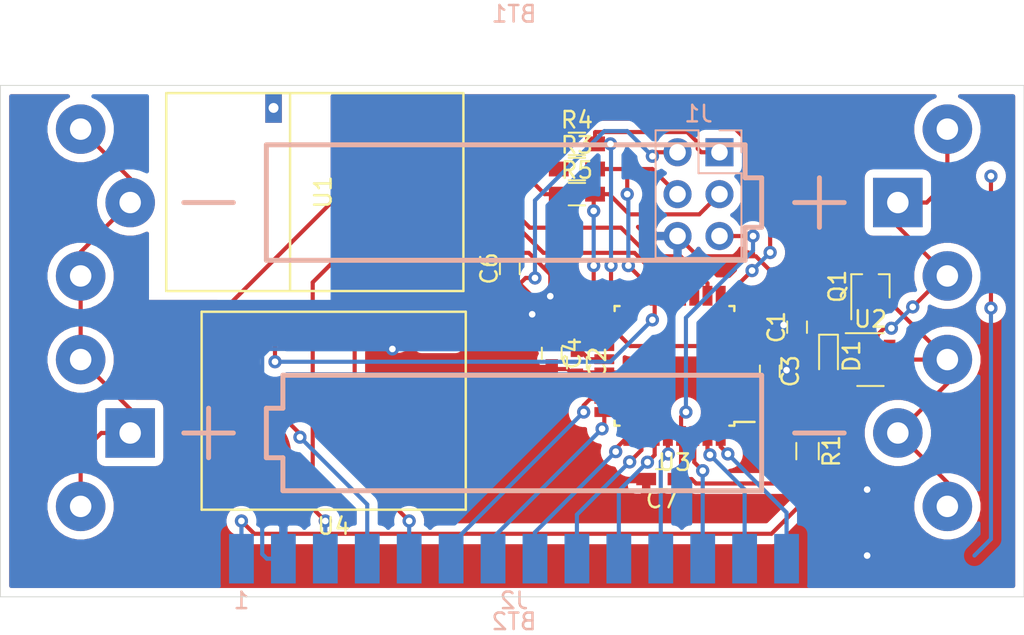
<source format=kicad_pcb>
(kicad_pcb (version 20171130) (host pcbnew 5.1.5-52549c5~84~ubuntu19.04.1)

  (general
    (thickness 1.6)
    (drawings 4)
    (tracks 333)
    (zones 0)
    (modules 20)
    (nets 37)
  )

  (page A4)
  (layers
    (0 F.Cu signal)
    (31 B.Cu signal)
    (32 B.Adhes user)
    (33 F.Adhes user)
    (34 B.Paste user)
    (35 F.Paste user)
    (36 B.SilkS user)
    (37 F.SilkS user)
    (38 B.Mask user)
    (39 F.Mask user)
    (40 Dwgs.User user)
    (41 Cmts.User user)
    (42 Eco1.User user)
    (43 Eco2.User user)
    (44 Edge.Cuts user)
    (45 Margin user)
    (46 B.CrtYd user)
    (47 F.CrtYd user)
    (48 B.Fab user)
    (49 F.Fab user)
  )

  (setup
    (last_trace_width 0.25)
    (trace_clearance 0.25)
    (zone_clearance 0.508)
    (zone_45_only no)
    (trace_min 0.25)
    (via_size 0.8)
    (via_drill 0.4)
    (via_min_size 0.4)
    (via_min_drill 0.3)
    (uvia_size 0.3)
    (uvia_drill 0.1)
    (uvias_allowed no)
    (uvia_min_size 0.2)
    (uvia_min_drill 0.1)
    (edge_width 0.05)
    (segment_width 0.2)
    (pcb_text_width 0.3)
    (pcb_text_size 1.5 1.5)
    (mod_edge_width 0.12)
    (mod_text_size 1 1)
    (mod_text_width 0.15)
    (pad_size 1.524 1.524)
    (pad_drill 0.762)
    (pad_to_mask_clearance 0.051)
    (solder_mask_min_width 0.25)
    (aux_axis_origin 0 0)
    (visible_elements FFFFFF7F)
    (pcbplotparams
      (layerselection 0x010fc_ffffffff)
      (usegerberextensions false)
      (usegerberattributes false)
      (usegerberadvancedattributes false)
      (creategerberjobfile false)
      (excludeedgelayer true)
      (linewidth 0.100000)
      (plotframeref false)
      (viasonmask false)
      (mode 1)
      (useauxorigin false)
      (hpglpennumber 1)
      (hpglpenspeed 20)
      (hpglpendiameter 15.000000)
      (psnegative false)
      (psa4output false)
      (plotreference true)
      (plotvalue true)
      (plotinvisibletext false)
      (padsonsilk false)
      (subtractmaskfromsilk false)
      (outputformat 1)
      (mirror false)
      (drillshape 1)
      (scaleselection 1)
      (outputdirectory ""))
  )

  (net 0 "")
  (net 1 VCC)
  (net 2 "Net-(BT1-Pad2)")
  (net 3 "Net-(BT2-Pad2)")
  (net 4 GND)
  (net 5 "Net-(C2-Pad1)")
  (net 6 Reset)
  (net 7 "Net-(D1-Pad1)")
  (net 8 ISP_MISO)
  (net 9 ISP_SCK)
  (net 10 MOSI)
  (net 11 MISO)
  (net 12 SCK)
  (net 13 CE)
  (net 14 NRF24_CS)
  (net 15 IRQ)
  (net 16 "Net-(U2-Pad6)")
  (net 17 "Net-(U2-Pad4)")
  (net 18 "Net-(U3-Pad22)")
  (net 19 "Net-(U3-Pad19)")
  (net 20 BME280_CS)
  (net 21 "Net-(U3-Pad12)")
  (net 22 "Net-(U3-Pad8)")
  (net 23 "Net-(U3-Pad7)")
  (net 24 "Net-(U3-Pad2)")
  (net 25 "Net-(U3-Pad1)")
  (net 26 PC0)
  (net 27 PC1)
  (net 28 PC2)
  (net 29 PC3)
  (net 30 PC4)
  (net 31 PC5)
  (net 32 PD0)
  (net 33 PD1)
  (net 34 PD2)
  (net 35 "Net-(U3-Pad13)")
  (net 36 ISP_MOSI)

  (net_class Default "This is the default net class."
    (clearance 0.25)
    (trace_width 0.25)
    (via_dia 0.8)
    (via_drill 0.4)
    (uvia_dia 0.3)
    (uvia_drill 0.1)
    (diff_pair_width 0.25)
    (diff_pair_gap 0.25)
    (add_net BME280_CS)
    (add_net CE)
    (add_net GND)
    (add_net IRQ)
    (add_net ISP_MISO)
    (add_net ISP_MOSI)
    (add_net ISP_SCK)
    (add_net MISO)
    (add_net MOSI)
    (add_net NRF24_CS)
    (add_net "Net-(BT1-Pad2)")
    (add_net "Net-(BT2-Pad2)")
    (add_net "Net-(C2-Pad1)")
    (add_net "Net-(D1-Pad1)")
    (add_net "Net-(U2-Pad4)")
    (add_net "Net-(U2-Pad6)")
    (add_net "Net-(U3-Pad1)")
    (add_net "Net-(U3-Pad12)")
    (add_net "Net-(U3-Pad13)")
    (add_net "Net-(U3-Pad19)")
    (add_net "Net-(U3-Pad2)")
    (add_net "Net-(U3-Pad22)")
    (add_net "Net-(U3-Pad7)")
    (add_net "Net-(U3-Pad8)")
    (add_net PC0)
    (add_net PC1)
    (add_net PC2)
    (add_net PC3)
    (add_net PC4)
    (add_net PC5)
    (add_net PD0)
    (add_net PD1)
    (add_net PD2)
    (add_net Reset)
    (add_net SCK)
    (add_net VCC)
  )

  (module Housings_QFP:LQFP-32_7x7mm_Pitch0.8mm (layer F.Cu) (tedit 54130A77) (tstamp 5E7A7954)
    (at 127.83 48 180)
    (descr "LQFP32: plastic low profile quad flat package; 32 leads; body 7 x 7 x 1.4 mm (see NXP sot358-1_po.pdf and sot358-1_fr.pdf)")
    (tags "QFP 0.8")
    (path /5E857B8D)
    (attr smd)
    (fp_text reference U3 (at 0 -5.85) (layer F.SilkS)
      (effects (font (size 1 1) (thickness 0.15)))
    )
    (fp_text value ATmega48PA-AU (at 0 5.85) (layer F.Fab)
      (effects (font (size 1 1) (thickness 0.15)))
    )
    (fp_text user %R (at 0 0) (layer F.Fab)
      (effects (font (size 1 1) (thickness 0.15)))
    )
    (fp_line (start -2.5 -3.5) (end 3.5 -3.5) (layer F.Fab) (width 0.15))
    (fp_line (start 3.5 -3.5) (end 3.5 3.5) (layer F.Fab) (width 0.15))
    (fp_line (start 3.5 3.5) (end -3.5 3.5) (layer F.Fab) (width 0.15))
    (fp_line (start -3.5 3.5) (end -3.5 -2.5) (layer F.Fab) (width 0.15))
    (fp_line (start -3.5 -2.5) (end -2.5 -3.5) (layer F.Fab) (width 0.15))
    (fp_line (start -5.1 -5.1) (end -5.1 5.1) (layer F.CrtYd) (width 0.05))
    (fp_line (start 5.1 -5.1) (end 5.1 5.1) (layer F.CrtYd) (width 0.05))
    (fp_line (start -5.1 -5.1) (end 5.1 -5.1) (layer F.CrtYd) (width 0.05))
    (fp_line (start -5.1 5.1) (end 5.1 5.1) (layer F.CrtYd) (width 0.05))
    (fp_line (start -3.625 -3.625) (end -3.625 -3.4) (layer F.SilkS) (width 0.15))
    (fp_line (start 3.625 -3.625) (end 3.625 -3.325) (layer F.SilkS) (width 0.15))
    (fp_line (start 3.625 3.625) (end 3.625 3.325) (layer F.SilkS) (width 0.15))
    (fp_line (start -3.625 3.625) (end -3.625 3.325) (layer F.SilkS) (width 0.15))
    (fp_line (start -3.625 -3.625) (end -3.325 -3.625) (layer F.SilkS) (width 0.15))
    (fp_line (start -3.625 3.625) (end -3.325 3.625) (layer F.SilkS) (width 0.15))
    (fp_line (start 3.625 3.625) (end 3.325 3.625) (layer F.SilkS) (width 0.15))
    (fp_line (start 3.625 -3.625) (end 3.325 -3.625) (layer F.SilkS) (width 0.15))
    (fp_line (start -3.625 -3.4) (end -4.85 -3.4) (layer F.SilkS) (width 0.15))
    (pad 1 smd rect (at -4.25 -2.8 180) (size 1.2 0.6) (layers F.Cu F.Paste F.Mask)
      (net 25 "Net-(U3-Pad1)"))
    (pad 2 smd rect (at -4.25 -2 180) (size 1.2 0.6) (layers F.Cu F.Paste F.Mask)
      (net 24 "Net-(U3-Pad2)"))
    (pad 3 smd rect (at -4.25 -1.2 180) (size 1.2 0.6) (layers F.Cu F.Paste F.Mask)
      (net 4 GND))
    (pad 4 smd rect (at -4.25 -0.4 180) (size 1.2 0.6) (layers F.Cu F.Paste F.Mask)
      (net 1 VCC))
    (pad 5 smd rect (at -4.25 0.4 180) (size 1.2 0.6) (layers F.Cu F.Paste F.Mask)
      (net 4 GND))
    (pad 6 smd rect (at -4.25 1.2 180) (size 1.2 0.6) (layers F.Cu F.Paste F.Mask)
      (net 1 VCC))
    (pad 7 smd rect (at -4.25 2 180) (size 1.2 0.6) (layers F.Cu F.Paste F.Mask)
      (net 23 "Net-(U3-Pad7)"))
    (pad 8 smd rect (at -4.25 2.8 180) (size 1.2 0.6) (layers F.Cu F.Paste F.Mask)
      (net 22 "Net-(U3-Pad8)"))
    (pad 9 smd rect (at -2.8 4.25 270) (size 1.2 0.6) (layers F.Cu F.Paste F.Mask)
      (net 15 IRQ))
    (pad 10 smd rect (at -2 4.25 270) (size 1.2 0.6) (layers F.Cu F.Paste F.Mask)
      (net 14 NRF24_CS))
    (pad 11 smd rect (at -1.2 4.25 270) (size 1.2 0.6) (layers F.Cu F.Paste F.Mask)
      (net 13 CE))
    (pad 12 smd rect (at -0.4 4.25 270) (size 1.2 0.6) (layers F.Cu F.Paste F.Mask)
      (net 21 "Net-(U3-Pad12)"))
    (pad 13 smd rect (at 0.4 4.25 270) (size 1.2 0.6) (layers F.Cu F.Paste F.Mask)
      (net 35 "Net-(U3-Pad13)"))
    (pad 14 smd rect (at 1.2 4.25 270) (size 1.2 0.6) (layers F.Cu F.Paste F.Mask)
      (net 20 BME280_CS))
    (pad 15 smd rect (at 2 4.25 270) (size 1.2 0.6) (layers F.Cu F.Paste F.Mask)
      (net 36 ISP_MOSI))
    (pad 16 smd rect (at 2.8 4.25 270) (size 1.2 0.6) (layers F.Cu F.Paste F.Mask)
      (net 8 ISP_MISO))
    (pad 17 smd rect (at 4.25 2.8 180) (size 1.2 0.6) (layers F.Cu F.Paste F.Mask)
      (net 9 ISP_SCK))
    (pad 18 smd rect (at 4.25 2 180) (size 1.2 0.6) (layers F.Cu F.Paste F.Mask)
      (net 1 VCC))
    (pad 19 smd rect (at 4.25 1.2 180) (size 1.2 0.6) (layers F.Cu F.Paste F.Mask)
      (net 19 "Net-(U3-Pad19)"))
    (pad 20 smd rect (at 4.25 0.4 180) (size 1.2 0.6) (layers F.Cu F.Paste F.Mask)
      (net 5 "Net-(C2-Pad1)"))
    (pad 21 smd rect (at 4.25 -0.4 180) (size 1.2 0.6) (layers F.Cu F.Paste F.Mask)
      (net 4 GND))
    (pad 22 smd rect (at 4.25 -1.2 180) (size 1.2 0.6) (layers F.Cu F.Paste F.Mask)
      (net 18 "Net-(U3-Pad22)"))
    (pad 23 smd rect (at 4.25 -2 180) (size 1.2 0.6) (layers F.Cu F.Paste F.Mask)
      (net 26 PC0))
    (pad 24 smd rect (at 4.25 -2.8 180) (size 1.2 0.6) (layers F.Cu F.Paste F.Mask)
      (net 27 PC1))
    (pad 25 smd rect (at 2.8 -4.25 270) (size 1.2 0.6) (layers F.Cu F.Paste F.Mask)
      (net 28 PC2))
    (pad 26 smd rect (at 2 -4.25 270) (size 1.2 0.6) (layers F.Cu F.Paste F.Mask)
      (net 29 PC3))
    (pad 27 smd rect (at 1.2 -4.25 270) (size 1.2 0.6) (layers F.Cu F.Paste F.Mask)
      (net 30 PC4))
    (pad 28 smd rect (at 0.4 -4.25 270) (size 1.2 0.6) (layers F.Cu F.Paste F.Mask)
      (net 31 PC5))
    (pad 29 smd rect (at -0.4 -4.25 270) (size 1.2 0.6) (layers F.Cu F.Paste F.Mask)
      (net 6 Reset))
    (pad 30 smd rect (at -1.2 -4.25 270) (size 1.2 0.6) (layers F.Cu F.Paste F.Mask)
      (net 32 PD0))
    (pad 31 smd rect (at -2 -4.25 270) (size 1.2 0.6) (layers F.Cu F.Paste F.Mask)
      (net 33 PD1))
    (pad 32 smd rect (at -2.8 -4.25 270) (size 1.2 0.6) (layers F.Cu F.Paste F.Mask)
      (net 34 PD2))
    (model ${KISYS3DMOD}/Housings_QFP.3dshapes/LQFP-32_7x7mm_Pitch0.8mm.wrl
      (at (xyz 0 0 0))
      (scale (xyz 1 1 1))
      (rotate (xyz 0 0 0))
    )
  )

  (module Capacitors_SMD:C_0603_HandSoldering (layer F.Cu) (tedit 58AA848B) (tstamp 5E7A2D4B)
    (at 135.255 45.654 90)
    (descr "Capacitor SMD 0603, hand soldering")
    (tags "capacitor 0603")
    (path /5E5D6526)
    (attr smd)
    (fp_text reference C1 (at 0 -1.25 90) (layer F.SilkS)
      (effects (font (size 1 1) (thickness 0.15)))
    )
    (fp_text value 10uF (at 0 1.5 90) (layer F.Fab)
      (effects (font (size 1 1) (thickness 0.15)))
    )
    (fp_text user %R (at 0 -1.25 90) (layer F.Fab)
      (effects (font (size 1 1) (thickness 0.15)))
    )
    (fp_line (start -0.8 0.4) (end -0.8 -0.4) (layer F.Fab) (width 0.1))
    (fp_line (start 0.8 0.4) (end -0.8 0.4) (layer F.Fab) (width 0.1))
    (fp_line (start 0.8 -0.4) (end 0.8 0.4) (layer F.Fab) (width 0.1))
    (fp_line (start -0.8 -0.4) (end 0.8 -0.4) (layer F.Fab) (width 0.1))
    (fp_line (start -0.35 -0.6) (end 0.35 -0.6) (layer F.SilkS) (width 0.12))
    (fp_line (start 0.35 0.6) (end -0.35 0.6) (layer F.SilkS) (width 0.12))
    (fp_line (start -1.8 -0.65) (end 1.8 -0.65) (layer F.CrtYd) (width 0.05))
    (fp_line (start -1.8 -0.65) (end -1.8 0.65) (layer F.CrtYd) (width 0.05))
    (fp_line (start 1.8 0.65) (end 1.8 -0.65) (layer F.CrtYd) (width 0.05))
    (fp_line (start 1.8 0.65) (end -1.8 0.65) (layer F.CrtYd) (width 0.05))
    (pad 1 smd rect (at -0.95 0 90) (size 1.2 0.75) (layers F.Cu F.Paste F.Mask)
      (net 1 VCC))
    (pad 2 smd rect (at 0.95 0 90) (size 1.2 0.75) (layers F.Cu F.Paste F.Mask)
      (net 4 GND))
    (model Capacitors_SMD.3dshapes/C_0603.wrl
      (at (xyz 0 0 0))
      (scale (xyz 1 1 1))
      (rotate (xyz 0 0 0))
    )
  )

  (module Capacitors_SMD:C_0603_HandSoldering (layer F.Cu) (tedit 58AA848B) (tstamp 5E7A79E8)
    (at 121.92 47.813 270)
    (descr "Capacitor SMD 0603, hand soldering")
    (tags "capacitor 0603")
    (path /5E863B11)
    (attr smd)
    (fp_text reference C2 (at 0 -1.25 90) (layer F.SilkS)
      (effects (font (size 1 1) (thickness 0.15)))
    )
    (fp_text value 100n (at 0 1.5 90) (layer F.Fab)
      (effects (font (size 1 1) (thickness 0.15)))
    )
    (fp_text user %R (at 0 -1.25 90) (layer F.Fab)
      (effects (font (size 1 1) (thickness 0.15)))
    )
    (fp_line (start -0.8 0.4) (end -0.8 -0.4) (layer F.Fab) (width 0.1))
    (fp_line (start 0.8 0.4) (end -0.8 0.4) (layer F.Fab) (width 0.1))
    (fp_line (start 0.8 -0.4) (end 0.8 0.4) (layer F.Fab) (width 0.1))
    (fp_line (start -0.8 -0.4) (end 0.8 -0.4) (layer F.Fab) (width 0.1))
    (fp_line (start -0.35 -0.6) (end 0.35 -0.6) (layer F.SilkS) (width 0.12))
    (fp_line (start 0.35 0.6) (end -0.35 0.6) (layer F.SilkS) (width 0.12))
    (fp_line (start -1.8 -0.65) (end 1.8 -0.65) (layer F.CrtYd) (width 0.05))
    (fp_line (start -1.8 -0.65) (end -1.8 0.65) (layer F.CrtYd) (width 0.05))
    (fp_line (start 1.8 0.65) (end 1.8 -0.65) (layer F.CrtYd) (width 0.05))
    (fp_line (start 1.8 0.65) (end -1.8 0.65) (layer F.CrtYd) (width 0.05))
    (pad 1 smd rect (at -0.95 0 270) (size 1.2 0.75) (layers F.Cu F.Paste F.Mask)
      (net 5 "Net-(C2-Pad1)"))
    (pad 2 smd rect (at 0.95 0 270) (size 1.2 0.75) (layers F.Cu F.Paste F.Mask)
      (net 4 GND))
    (model Capacitors_SMD.3dshapes/C_0603.wrl
      (at (xyz 0 0 0))
      (scale (xyz 1 1 1))
      (rotate (xyz 0 0 0))
    )
  )

  (module Capacitors_SMD:C_0603_HandSoldering (layer F.Cu) (tedit 58AA848B) (tstamp 5E7A142A)
    (at 133.604 48.326 270)
    (descr "Capacitor SMD 0603, hand soldering")
    (tags "capacitor 0603")
    (path /5E888344)
    (attr smd)
    (fp_text reference C3 (at 0 -1.25 90) (layer F.SilkS)
      (effects (font (size 1 1) (thickness 0.15)))
    )
    (fp_text value 100n (at 0 1.5 90) (layer F.Fab)
      (effects (font (size 1 1) (thickness 0.15)))
    )
    (fp_text user %R (at 0 -1.25 90) (layer F.Fab)
      (effects (font (size 1 1) (thickness 0.15)))
    )
    (fp_line (start -0.8 0.4) (end -0.8 -0.4) (layer F.Fab) (width 0.1))
    (fp_line (start 0.8 0.4) (end -0.8 0.4) (layer F.Fab) (width 0.1))
    (fp_line (start 0.8 -0.4) (end 0.8 0.4) (layer F.Fab) (width 0.1))
    (fp_line (start -0.8 -0.4) (end 0.8 -0.4) (layer F.Fab) (width 0.1))
    (fp_line (start -0.35 -0.6) (end 0.35 -0.6) (layer F.SilkS) (width 0.12))
    (fp_line (start 0.35 0.6) (end -0.35 0.6) (layer F.SilkS) (width 0.12))
    (fp_line (start -1.8 -0.65) (end 1.8 -0.65) (layer F.CrtYd) (width 0.05))
    (fp_line (start -1.8 -0.65) (end -1.8 0.65) (layer F.CrtYd) (width 0.05))
    (fp_line (start 1.8 0.65) (end 1.8 -0.65) (layer F.CrtYd) (width 0.05))
    (fp_line (start 1.8 0.65) (end -1.8 0.65) (layer F.CrtYd) (width 0.05))
    (pad 1 smd rect (at -0.95 0 270) (size 1.2 0.75) (layers F.Cu F.Paste F.Mask)
      (net 1 VCC))
    (pad 2 smd rect (at 0.95 0 270) (size 1.2 0.75) (layers F.Cu F.Paste F.Mask)
      (net 4 GND))
    (model Capacitors_SMD.3dshapes/C_0603.wrl
      (at (xyz 0 0 0))
      (scale (xyz 1 1 1))
      (rotate (xyz 0 0 0))
    )
  )

  (module Capacitors_SMD:C_0603_HandSoldering (layer F.Cu) (tedit 58AA848B) (tstamp 5E7A143B)
    (at 117.856 42.098 90)
    (descr "Capacitor SMD 0603, hand soldering")
    (tags "capacitor 0603")
    (path /5E588ABC)
    (attr smd)
    (fp_text reference C6 (at 0 -1.25 90) (layer F.SilkS)
      (effects (font (size 1 1) (thickness 0.15)))
    )
    (fp_text value 100n (at 0 1.5 90) (layer F.Fab)
      (effects (font (size 1 1) (thickness 0.15)))
    )
    (fp_text user %R (at 0 -1.25 90) (layer F.Fab)
      (effects (font (size 1 1) (thickness 0.15)))
    )
    (fp_line (start -0.8 0.4) (end -0.8 -0.4) (layer F.Fab) (width 0.1))
    (fp_line (start 0.8 0.4) (end -0.8 0.4) (layer F.Fab) (width 0.1))
    (fp_line (start 0.8 -0.4) (end 0.8 0.4) (layer F.Fab) (width 0.1))
    (fp_line (start -0.8 -0.4) (end 0.8 -0.4) (layer F.Fab) (width 0.1))
    (fp_line (start -0.35 -0.6) (end 0.35 -0.6) (layer F.SilkS) (width 0.12))
    (fp_line (start 0.35 0.6) (end -0.35 0.6) (layer F.SilkS) (width 0.12))
    (fp_line (start -1.8 -0.65) (end 1.8 -0.65) (layer F.CrtYd) (width 0.05))
    (fp_line (start -1.8 -0.65) (end -1.8 0.65) (layer F.CrtYd) (width 0.05))
    (fp_line (start 1.8 0.65) (end 1.8 -0.65) (layer F.CrtYd) (width 0.05))
    (fp_line (start 1.8 0.65) (end -1.8 0.65) (layer F.CrtYd) (width 0.05))
    (pad 1 smd rect (at -0.95 0 90) (size 1.2 0.75) (layers F.Cu F.Paste F.Mask)
      (net 1 VCC))
    (pad 2 smd rect (at 0.95 0 90) (size 1.2 0.75) (layers F.Cu F.Paste F.Mask)
      (net 4 GND))
    (model Capacitors_SMD.3dshapes/C_0603.wrl
      (at (xyz 0 0 0))
      (scale (xyz 1 1 1))
      (rotate (xyz 0 0 0))
    )
  )

  (module Capacitors_SMD:C_0603_HandSoldering (layer F.Cu) (tedit 58AA848B) (tstamp 5E7A144C)
    (at 127.066 54.864 180)
    (descr "Capacitor SMD 0603, hand soldering")
    (tags "capacitor 0603")
    (path /5E81E0CA)
    (attr smd)
    (fp_text reference C7 (at 0 -1.25) (layer F.SilkS)
      (effects (font (size 1 1) (thickness 0.15)))
    )
    (fp_text value 100n (at 0 1.5) (layer F.Fab)
      (effects (font (size 1 1) (thickness 0.15)))
    )
    (fp_text user %R (at 0 -1.25) (layer F.Fab)
      (effects (font (size 1 1) (thickness 0.15)))
    )
    (fp_line (start -0.8 0.4) (end -0.8 -0.4) (layer F.Fab) (width 0.1))
    (fp_line (start 0.8 0.4) (end -0.8 0.4) (layer F.Fab) (width 0.1))
    (fp_line (start 0.8 -0.4) (end 0.8 0.4) (layer F.Fab) (width 0.1))
    (fp_line (start -0.8 -0.4) (end 0.8 -0.4) (layer F.Fab) (width 0.1))
    (fp_line (start -0.35 -0.6) (end 0.35 -0.6) (layer F.SilkS) (width 0.12))
    (fp_line (start 0.35 0.6) (end -0.35 0.6) (layer F.SilkS) (width 0.12))
    (fp_line (start -1.8 -0.65) (end 1.8 -0.65) (layer F.CrtYd) (width 0.05))
    (fp_line (start -1.8 -0.65) (end -1.8 0.65) (layer F.CrtYd) (width 0.05))
    (fp_line (start 1.8 0.65) (end 1.8 -0.65) (layer F.CrtYd) (width 0.05))
    (fp_line (start 1.8 0.65) (end -1.8 0.65) (layer F.CrtYd) (width 0.05))
    (pad 1 smd rect (at -0.95 0 180) (size 1.2 0.75) (layers F.Cu F.Paste F.Mask)
      (net 6 Reset))
    (pad 2 smd rect (at 0.95 0 180) (size 1.2 0.75) (layers F.Cu F.Paste F.Mask)
      (net 4 GND))
    (model Capacitors_SMD.3dshapes/C_0603.wrl
      (at (xyz 0 0 0))
      (scale (xyz 1 1 1))
      (rotate (xyz 0 0 0))
    )
  )

  (module Diodes_SMD:D_0603 (layer F.Cu) (tedit 590CE922) (tstamp 5E7A2C47)
    (at 137.16 47.41 270)
    (descr "Diode SMD in 0603 package http://datasheets.avx.com/schottky.pdf")
    (tags "smd diode")
    (path /5E5B4A6A)
    (attr smd)
    (fp_text reference D1 (at 0 -1.4 90) (layer F.SilkS)
      (effects (font (size 1 1) (thickness 0.15)))
    )
    (fp_text value " ESDZL5-1F4" (at 0 1.4 90) (layer F.Fab)
      (effects (font (size 1 1) (thickness 0.15)))
    )
    (fp_text user %R (at 0 -1.4 90) (layer F.Fab)
      (effects (font (size 1 1) (thickness 0.15)))
    )
    (fp_line (start -1.3 -0.57) (end -1.3 0.57) (layer F.SilkS) (width 0.12))
    (fp_line (start 1.4 0.67) (end 1.4 -0.67) (layer F.CrtYd) (width 0.05))
    (fp_line (start -1.4 0.67) (end 1.4 0.67) (layer F.CrtYd) (width 0.05))
    (fp_line (start -1.4 -0.67) (end -1.4 0.67) (layer F.CrtYd) (width 0.05))
    (fp_line (start 1.4 -0.67) (end -1.4 -0.67) (layer F.CrtYd) (width 0.05))
    (fp_line (start 0.2 0) (end 0.4 0) (layer F.Fab) (width 0.1))
    (fp_line (start -0.1 0) (end -0.3 0) (layer F.Fab) (width 0.1))
    (fp_line (start -0.1 -0.2) (end -0.1 0.2) (layer F.Fab) (width 0.1))
    (fp_line (start 0.2 0.2) (end 0.2 -0.2) (layer F.Fab) (width 0.1))
    (fp_line (start -0.1 0) (end 0.2 0.2) (layer F.Fab) (width 0.1))
    (fp_line (start 0.2 -0.2) (end -0.1 0) (layer F.Fab) (width 0.1))
    (fp_line (start -0.8 0.45) (end -0.8 -0.45) (layer F.Fab) (width 0.1))
    (fp_line (start 0.8 0.45) (end -0.8 0.45) (layer F.Fab) (width 0.1))
    (fp_line (start 0.8 -0.45) (end 0.8 0.45) (layer F.Fab) (width 0.1))
    (fp_line (start -0.8 -0.45) (end 0.8 -0.45) (layer F.Fab) (width 0.1))
    (fp_line (start -1.3 0.57) (end 0.8 0.57) (layer F.SilkS) (width 0.12))
    (fp_line (start -1.3 -0.57) (end 0.8 -0.57) (layer F.SilkS) (width 0.12))
    (pad 1 smd rect (at -0.85 0 270) (size 0.6 0.8) (layers F.Cu F.Paste F.Mask)
      (net 7 "Net-(D1-Pad1)"))
    (pad 2 smd rect (at 0.85 0 270) (size 0.6 0.8) (layers F.Cu F.Paste F.Mask)
      (net 3 "Net-(BT2-Pad2)"))
    (model ${KISYS3DMOD}/Diodes_SMD.3dshapes/D_0603.wrl
      (at (xyz 0 0 0))
      (scale (xyz 1 1 1))
      (rotate (xyz 0 0 0))
    )
  )

  (module Pin_Headers:Pin_Header_Straight_2x03_Pitch2.54mm (layer B.Cu) (tedit 59650532) (tstamp 5E7A8215)
    (at 130.556 35.052 180)
    (descr "Through hole straight pin header, 2x03, 2.54mm pitch, double rows")
    (tags "Through hole pin header THT 2x03 2.54mm double row")
    (path /5E81C273)
    (fp_text reference J1 (at 1.27 2.33) (layer B.SilkS)
      (effects (font (size 1 1) (thickness 0.15)) (justify mirror))
    )
    (fp_text value Conn_02x03_Odd_Even (at 1.27 -7.41) (layer B.Fab)
      (effects (font (size 1 1) (thickness 0.15)) (justify mirror))
    )
    (fp_line (start 0 1.27) (end 3.81 1.27) (layer B.Fab) (width 0.1))
    (fp_line (start 3.81 1.27) (end 3.81 -6.35) (layer B.Fab) (width 0.1))
    (fp_line (start 3.81 -6.35) (end -1.27 -6.35) (layer B.Fab) (width 0.1))
    (fp_line (start -1.27 -6.35) (end -1.27 0) (layer B.Fab) (width 0.1))
    (fp_line (start -1.27 0) (end 0 1.27) (layer B.Fab) (width 0.1))
    (fp_line (start -1.33 -6.41) (end 3.87 -6.41) (layer B.SilkS) (width 0.12))
    (fp_line (start -1.33 -1.27) (end -1.33 -6.41) (layer B.SilkS) (width 0.12))
    (fp_line (start 3.87 1.33) (end 3.87 -6.41) (layer B.SilkS) (width 0.12))
    (fp_line (start -1.33 -1.27) (end 1.27 -1.27) (layer B.SilkS) (width 0.12))
    (fp_line (start 1.27 -1.27) (end 1.27 1.33) (layer B.SilkS) (width 0.12))
    (fp_line (start 1.27 1.33) (end 3.87 1.33) (layer B.SilkS) (width 0.12))
    (fp_line (start -1.33 0) (end -1.33 1.33) (layer B.SilkS) (width 0.12))
    (fp_line (start -1.33 1.33) (end 0 1.33) (layer B.SilkS) (width 0.12))
    (fp_line (start -1.8 1.8) (end -1.8 -6.85) (layer B.CrtYd) (width 0.05))
    (fp_line (start -1.8 -6.85) (end 4.35 -6.85) (layer B.CrtYd) (width 0.05))
    (fp_line (start 4.35 -6.85) (end 4.35 1.8) (layer B.CrtYd) (width 0.05))
    (fp_line (start 4.35 1.8) (end -1.8 1.8) (layer B.CrtYd) (width 0.05))
    (fp_text user %R (at 1.27 -2.54 180) (layer B.Fab)
      (effects (font (size 1 1) (thickness 0.15)) (justify mirror))
    )
    (pad 1 thru_hole rect (at 0 0 180) (size 1.7 1.7) (drill 1) (layers *.Cu *.Mask)
      (net 8 ISP_MISO))
    (pad 2 thru_hole oval (at 2.54 0 180) (size 1.7 1.7) (drill 1) (layers *.Cu *.Mask)
      (net 1 VCC))
    (pad 3 thru_hole oval (at 0 -2.54 180) (size 1.7 1.7) (drill 1) (layers *.Cu *.Mask)
      (net 9 ISP_SCK))
    (pad 4 thru_hole oval (at 2.54 -2.54 180) (size 1.7 1.7) (drill 1) (layers *.Cu *.Mask)
      (net 36 ISP_MOSI))
    (pad 5 thru_hole oval (at 0 -5.08 180) (size 1.7 1.7) (drill 1) (layers *.Cu *.Mask)
      (net 6 Reset))
    (pad 6 thru_hole oval (at 2.54 -5.08 180) (size 1.7 1.7) (drill 1) (layers *.Cu *.Mask)
      (net 4 GND))
    (model ${KISYS3DMOD}/Pin_Headers.3dshapes/Pin_Header_Straight_2x03_Pitch2.54mm.wrl
      (at (xyz 0 0 0))
      (scale (xyz 1 1 1))
      (rotate (xyz 0 0 0))
    )
  )

  (module Resistors_SMD:R_0603_HandSoldering (layer F.Cu) (tedit 58E0A804) (tstamp 5E7A4C3D)
    (at 135.89 53.17 270)
    (descr "Resistor SMD 0603, hand soldering")
    (tags "resistor 0603")
    (path /5E8179ED)
    (attr smd)
    (fp_text reference R1 (at 0 -1.45 90) (layer F.SilkS)
      (effects (font (size 1 1) (thickness 0.15)))
    )
    (fp_text value 4k7 (at 0 1.55 90) (layer F.Fab)
      (effects (font (size 1 1) (thickness 0.15)))
    )
    (fp_text user %R (at 0 0 90) (layer F.Fab)
      (effects (font (size 0.4 0.4) (thickness 0.075)))
    )
    (fp_line (start -0.8 0.4) (end -0.8 -0.4) (layer F.Fab) (width 0.1))
    (fp_line (start 0.8 0.4) (end -0.8 0.4) (layer F.Fab) (width 0.1))
    (fp_line (start 0.8 -0.4) (end 0.8 0.4) (layer F.Fab) (width 0.1))
    (fp_line (start -0.8 -0.4) (end 0.8 -0.4) (layer F.Fab) (width 0.1))
    (fp_line (start 0.5 0.68) (end -0.5 0.68) (layer F.SilkS) (width 0.12))
    (fp_line (start -0.5 -0.68) (end 0.5 -0.68) (layer F.SilkS) (width 0.12))
    (fp_line (start -1.96 -0.7) (end 1.95 -0.7) (layer F.CrtYd) (width 0.05))
    (fp_line (start -1.96 -0.7) (end -1.96 0.7) (layer F.CrtYd) (width 0.05))
    (fp_line (start 1.95 0.7) (end 1.95 -0.7) (layer F.CrtYd) (width 0.05))
    (fp_line (start 1.95 0.7) (end -1.96 0.7) (layer F.CrtYd) (width 0.05))
    (pad 1 smd rect (at -1.1 0 270) (size 1.2 0.9) (layers F.Cu F.Paste F.Mask)
      (net 1 VCC))
    (pad 2 smd rect (at 1.1 0 270) (size 1.2 0.9) (layers F.Cu F.Paste F.Mask)
      (net 6 Reset))
    (model ${KISYS3DMOD}/Resistors_SMD.3dshapes/R_0603.wrl
      (at (xyz 0 0 0))
      (scale (xyz 1 1 1))
      (rotate (xyz 0 0 0))
    )
  )

  (module Resistors_SMD:R_0603_HandSoldering (layer F.Cu) (tedit 58E0A804) (tstamp 5E7A71E9)
    (at 121.92 36.068)
    (descr "Resistor SMD 0603, hand soldering")
    (tags "resistor 0603")
    (path /5E925192)
    (attr smd)
    (fp_text reference R3 (at 0 -1.45) (layer F.SilkS)
      (effects (font (size 1 1) (thickness 0.15)))
    )
    (fp_text value 330 (at 0 1.55) (layer F.Fab)
      (effects (font (size 1 1) (thickness 0.15)))
    )
    (fp_text user %R (at 0 0) (layer F.Fab)
      (effects (font (size 0.4 0.4) (thickness 0.075)))
    )
    (fp_line (start -0.8 0.4) (end -0.8 -0.4) (layer F.Fab) (width 0.1))
    (fp_line (start 0.8 0.4) (end -0.8 0.4) (layer F.Fab) (width 0.1))
    (fp_line (start 0.8 -0.4) (end 0.8 0.4) (layer F.Fab) (width 0.1))
    (fp_line (start -0.8 -0.4) (end 0.8 -0.4) (layer F.Fab) (width 0.1))
    (fp_line (start 0.5 0.68) (end -0.5 0.68) (layer F.SilkS) (width 0.12))
    (fp_line (start -0.5 -0.68) (end 0.5 -0.68) (layer F.SilkS) (width 0.12))
    (fp_line (start -1.96 -0.7) (end 1.95 -0.7) (layer F.CrtYd) (width 0.05))
    (fp_line (start -1.96 -0.7) (end -1.96 0.7) (layer F.CrtYd) (width 0.05))
    (fp_line (start 1.95 0.7) (end 1.95 -0.7) (layer F.CrtYd) (width 0.05))
    (fp_line (start 1.95 0.7) (end -1.96 0.7) (layer F.CrtYd) (width 0.05))
    (pad 1 smd rect (at -1.1 0) (size 1.2 0.9) (layers F.Cu F.Paste F.Mask)
      (net 10 MOSI))
    (pad 2 smd rect (at 1.1 0) (size 1.2 0.9) (layers F.Cu F.Paste F.Mask)
      (net 36 ISP_MOSI))
    (model ${KISYS3DMOD}/Resistors_SMD.3dshapes/R_0603.wrl
      (at (xyz 0 0 0))
      (scale (xyz 1 1 1))
      (rotate (xyz 0 0 0))
    )
  )

  (module Resistors_SMD:R_0603_HandSoldering (layer F.Cu) (tedit 58E0A804) (tstamp 5E7A3F13)
    (at 121.92 34.544)
    (descr "Resistor SMD 0603, hand soldering")
    (tags "resistor 0603")
    (path /5E92566D)
    (attr smd)
    (fp_text reference R4 (at 0 -1.45) (layer F.SilkS)
      (effects (font (size 1 1) (thickness 0.15)))
    )
    (fp_text value 330 (at 0 1.55) (layer F.Fab)
      (effects (font (size 1 1) (thickness 0.15)))
    )
    (fp_text user %R (at 0 0) (layer F.Fab)
      (effects (font (size 0.4 0.4) (thickness 0.075)))
    )
    (fp_line (start -0.8 0.4) (end -0.8 -0.4) (layer F.Fab) (width 0.1))
    (fp_line (start 0.8 0.4) (end -0.8 0.4) (layer F.Fab) (width 0.1))
    (fp_line (start 0.8 -0.4) (end 0.8 0.4) (layer F.Fab) (width 0.1))
    (fp_line (start -0.8 -0.4) (end 0.8 -0.4) (layer F.Fab) (width 0.1))
    (fp_line (start 0.5 0.68) (end -0.5 0.68) (layer F.SilkS) (width 0.12))
    (fp_line (start -0.5 -0.68) (end 0.5 -0.68) (layer F.SilkS) (width 0.12))
    (fp_line (start -1.96 -0.7) (end 1.95 -0.7) (layer F.CrtYd) (width 0.05))
    (fp_line (start -1.96 -0.7) (end -1.96 0.7) (layer F.CrtYd) (width 0.05))
    (fp_line (start 1.95 0.7) (end 1.95 -0.7) (layer F.CrtYd) (width 0.05))
    (fp_line (start 1.95 0.7) (end -1.96 0.7) (layer F.CrtYd) (width 0.05))
    (pad 1 smd rect (at -1.1 0) (size 1.2 0.9) (layers F.Cu F.Paste F.Mask)
      (net 11 MISO))
    (pad 2 smd rect (at 1.1 0) (size 1.2 0.9) (layers F.Cu F.Paste F.Mask)
      (net 8 ISP_MISO))
    (model ${KISYS3DMOD}/Resistors_SMD.3dshapes/R_0603.wrl
      (at (xyz 0 0 0))
      (scale (xyz 1 1 1))
      (rotate (xyz 0 0 0))
    )
  )

  (module Resistors_SMD:R_0603_HandSoldering (layer F.Cu) (tedit 58E0A804) (tstamp 5E7A3F43)
    (at 121.92 37.592)
    (descr "Resistor SMD 0603, hand soldering")
    (tags "resistor 0603")
    (path /5E9299BA)
    (attr smd)
    (fp_text reference R5 (at 0 -1.45) (layer F.SilkS)
      (effects (font (size 1 1) (thickness 0.15)))
    )
    (fp_text value 330 (at 0 1.55) (layer F.Fab)
      (effects (font (size 1 1) (thickness 0.15)))
    )
    (fp_text user %R (at 0 0) (layer F.Fab)
      (effects (font (size 0.4 0.4) (thickness 0.075)))
    )
    (fp_line (start -0.8 0.4) (end -0.8 -0.4) (layer F.Fab) (width 0.1))
    (fp_line (start 0.8 0.4) (end -0.8 0.4) (layer F.Fab) (width 0.1))
    (fp_line (start 0.8 -0.4) (end 0.8 0.4) (layer F.Fab) (width 0.1))
    (fp_line (start -0.8 -0.4) (end 0.8 -0.4) (layer F.Fab) (width 0.1))
    (fp_line (start 0.5 0.68) (end -0.5 0.68) (layer F.SilkS) (width 0.12))
    (fp_line (start -0.5 -0.68) (end 0.5 -0.68) (layer F.SilkS) (width 0.12))
    (fp_line (start -1.96 -0.7) (end 1.95 -0.7) (layer F.CrtYd) (width 0.05))
    (fp_line (start -1.96 -0.7) (end -1.96 0.7) (layer F.CrtYd) (width 0.05))
    (fp_line (start 1.95 0.7) (end 1.95 -0.7) (layer F.CrtYd) (width 0.05))
    (fp_line (start 1.95 0.7) (end -1.96 0.7) (layer F.CrtYd) (width 0.05))
    (pad 1 smd rect (at -1.1 0) (size 1.2 0.9) (layers F.Cu F.Paste F.Mask)
      (net 12 SCK))
    (pad 2 smd rect (at 1.1 0) (size 1.2 0.9) (layers F.Cu F.Paste F.Mask)
      (net 9 ISP_SCK))
    (model ${KISYS3DMOD}/Resistors_SMD.3dshapes/R_0603.wrl
      (at (xyz 0 0 0))
      (scale (xyz 1 1 1))
      (rotate (xyz 0 0 0))
    )
  )

  (module Housings_SSOP:TSOP-5_1.65x3.05mm_Pitch0.95mm (layer F.Cu) (tedit 59EF70C1) (tstamp 5E7A2C89)
    (at 139.7 47.62)
    (descr "TSOP-5 package (comparable to TSOT-23), https://www.vishay.com/docs/71200/71200.pdf")
    (tags "Jedec MO-193C TSOP-5L")
    (path /5E8BAA55)
    (attr smd)
    (fp_text reference U2 (at 0 -2.45) (layer F.SilkS)
      (effects (font (size 1 1) (thickness 0.15)))
    )
    (fp_text value BU4920G-TR (at 0 2.5) (layer F.Fab)
      (effects (font (size 1 1) (thickness 0.15)))
    )
    (fp_text user %R (at 0 0 90) (layer F.Fab)
      (effects (font (size 0.5 0.5) (thickness 0.075)))
    )
    (fp_line (start -0.8 1.6) (end 0.8 1.6) (layer F.SilkS) (width 0.12))
    (fp_line (start 0.8 -1.6) (end -1.5 -1.6) (layer F.SilkS) (width 0.12))
    (fp_line (start -0.825 -1.1) (end -0.425 -1.525) (layer F.Fab) (width 0.1))
    (fp_line (start 0.825 -1.525) (end -0.425 -1.525) (layer F.Fab) (width 0.1))
    (fp_line (start -0.825 -1.1) (end -0.825 1.525) (layer F.Fab) (width 0.1))
    (fp_line (start 0.825 1.525) (end -0.825 1.525) (layer F.Fab) (width 0.1))
    (fp_line (start 0.825 -1.525) (end 0.825 1.525) (layer F.Fab) (width 0.1))
    (fp_line (start -1.76 -1.78) (end 1.76 -1.78) (layer F.CrtYd) (width 0.05))
    (fp_line (start -1.76 -1.78) (end -1.76 1.77) (layer F.CrtYd) (width 0.05))
    (fp_line (start 1.76 1.77) (end 1.76 -1.78) (layer F.CrtYd) (width 0.05))
    (fp_line (start 1.76 1.77) (end -1.76 1.77) (layer F.CrtYd) (width 0.05))
    (pad 1 smd rect (at -1.16 -0.95) (size 0.7 0.51) (layers F.Cu F.Paste F.Mask)
      (net 7 "Net-(D1-Pad1)"))
    (pad 2 smd rect (at -1.16 0) (size 0.7 0.51) (layers F.Cu F.Paste F.Mask)
      (net 1 VCC))
    (pad 3 smd rect (at -1.16 0.95) (size 0.7 0.51) (layers F.Cu F.Paste F.Mask)
      (net 3 "Net-(BT2-Pad2)"))
    (pad 4 smd rect (at 1.16 0.95) (size 0.7 0.51) (layers F.Cu F.Paste F.Mask)
      (net 17 "Net-(U2-Pad4)"))
    (pad 6 smd rect (at 1.16 -0.95) (size 0.7 0.51) (layers F.Cu F.Paste F.Mask)
      (net 16 "Net-(U2-Pad6)"))
    (model ${KISYS3DMOD}/Housings_SSOP.3dshapes/TSOP-5_1.65x3.05mm_Pitch0.95mm.wrl
      (at (xyz 0 0 0))
      (scale (xyz 1 1 1))
      (rotate (xyz 0 0 0))
    )
  )

  (module Capacitors_SMD:C_0603_HandSoldering (layer F.Cu) (tedit 58AA848B) (tstamp 5E7A78A4)
    (at 120.396 47.244 270)
    (descr "Capacitor SMD 0603, hand soldering")
    (tags "capacitor 0603")
    (path /5E817D49)
    (attr smd)
    (fp_text reference C4 (at 0 -1.25 90) (layer F.SilkS)
      (effects (font (size 1 1) (thickness 0.15)))
    )
    (fp_text value 100n (at 0 1.5 90) (layer F.Fab)
      (effects (font (size 1 1) (thickness 0.15)))
    )
    (fp_text user %R (at 0 -1.25 90) (layer F.Fab)
      (effects (font (size 1 1) (thickness 0.15)))
    )
    (fp_line (start -0.8 0.4) (end -0.8 -0.4) (layer F.Fab) (width 0.1))
    (fp_line (start 0.8 0.4) (end -0.8 0.4) (layer F.Fab) (width 0.1))
    (fp_line (start 0.8 -0.4) (end 0.8 0.4) (layer F.Fab) (width 0.1))
    (fp_line (start -0.8 -0.4) (end 0.8 -0.4) (layer F.Fab) (width 0.1))
    (fp_line (start -0.35 -0.6) (end 0.35 -0.6) (layer F.SilkS) (width 0.12))
    (fp_line (start 0.35 0.6) (end -0.35 0.6) (layer F.SilkS) (width 0.12))
    (fp_line (start -1.8 -0.65) (end 1.8 -0.65) (layer F.CrtYd) (width 0.05))
    (fp_line (start -1.8 -0.65) (end -1.8 0.65) (layer F.CrtYd) (width 0.05))
    (fp_line (start 1.8 0.65) (end 1.8 -0.65) (layer F.CrtYd) (width 0.05))
    (fp_line (start 1.8 0.65) (end -1.8 0.65) (layer F.CrtYd) (width 0.05))
    (pad 1 smd rect (at -0.95 0 270) (size 1.2 0.75) (layers F.Cu F.Paste F.Mask)
      (net 1 VCC))
    (pad 2 smd rect (at 0.95 0 270) (size 1.2 0.75) (layers F.Cu F.Paste F.Mask)
      (net 4 GND))
    (model Capacitors_SMD.3dshapes/C_0603.wrl
      (at (xyz 0 0 0))
      (scale (xyz 1 1 1))
      (rotate (xyz 0 0 0))
    )
  )

  (module footprints:aaa_holder_keystone_591+597 (layer B.Cu) (tedit 5E7A314B) (tstamp 5E7A6F3E)
    (at 118.11 38.1)
    (descr "Footprint for a AAA-battery holder using the Keystone 591 and 597")
    (path /5E5BF5B4)
    (fp_text reference BT1 (at 0 -11.43) (layer B.SilkS)
      (effects (font (size 1 1) (thickness 0.15)) (justify mirror))
    )
    (fp_text value "AAA battery" (at 0 -8.89) (layer B.Fab)
      (effects (font (size 1 1) (thickness 0.15)) (justify mirror))
    )
    (fp_line (start -17 0) (end -20 0) (layer B.SilkS) (width 0.3))
    (fp_line (start 18.5 1.5) (end 18.5 -1.5) (layer B.SilkS) (width 0.3))
    (fp_line (start 20 0) (end 17 0) (layer B.SilkS) (width 0.3))
    (fp_line (start 15 -1.5) (end 15 1.5) (layer B.SilkS) (width 0.3))
    (fp_line (start 14 -1.5) (end 15 -1.5) (layer B.SilkS) (width 0.3))
    (fp_line (start 14 -3.5) (end 14 -1.5) (layer B.SilkS) (width 0.3))
    (fp_line (start -15 -3.5) (end 14 -3.5) (layer B.SilkS) (width 0.3))
    (fp_line (start -15 3.5) (end -15 -3.5) (layer B.SilkS) (width 0.3))
    (fp_line (start 14 3.5) (end -15 3.5) (layer B.SilkS) (width 0.3))
    (fp_line (start 14 1.5) (end 14 3.5) (layer B.SilkS) (width 0.3))
    (fp_line (start 15 1.5) (end 14 1.5) (layer B.SilkS) (width 0.3))
    (fp_line (start -29.75 5.5) (end -29.75 -5.5) (layer B.CrtYd) (width 0.12))
    (fp_line (start -29.75 -5.5) (end 29.75 -5.5) (layer B.CrtYd) (width 0.12))
    (fp_line (start 29.75 -5.5) (end 29.75 5.5) (layer B.CrtYd) (width 0.12))
    (fp_line (start 29.75 5.5) (end -29.75 5.5) (layer B.CrtYd) (width 0.12))
    (pad 1 thru_hole circle (at 26.25 -4.45) (size 3 3) (drill 1.3) (layers *.Cu *.Mask)
      (net 1 VCC))
    (pad 1 thru_hole circle (at 26.25 4.45) (size 3 3) (drill 1.3) (layers *.Cu *.Mask)
      (net 1 VCC))
    (pad 2 thru_hole circle (at -26.25 -4.45) (size 3 3) (drill 1.3) (layers *.Cu *.Mask)
      (net 2 "Net-(BT1-Pad2)"))
    (pad 2 thru_hole circle (at -26.25 4.45) (size 3 3) (drill 1.3) (layers *.Cu *.Mask)
      (net 2 "Net-(BT1-Pad2)"))
    (pad 2 thru_hole circle (at -23.25 0) (size 3 3) (drill 1.3) (layers *.Cu *.Mask)
      (net 2 "Net-(BT1-Pad2)"))
    (pad 1 thru_hole rect (at 23.25 0) (size 3 3) (drill 1.3) (layers *.Cu *.Mask)
      (net 1 VCC))
  )

  (module footprints:aaa_holder_keystone_591+597 (layer B.Cu) (tedit 5E7A314B) (tstamp 5E7A6F56)
    (at 118.11 52.07 180)
    (descr "Footprint for a AAA-battery holder using the Keystone 591 and 597")
    (path /5E5C0221)
    (fp_text reference BT2 (at 0 -11.43) (layer B.SilkS)
      (effects (font (size 1 1) (thickness 0.15)) (justify mirror))
    )
    (fp_text value "AAA battery" (at 0 -8.89) (layer B.Fab)
      (effects (font (size 1 1) (thickness 0.15)) (justify mirror))
    )
    (fp_line (start 29.75 5.5) (end -29.75 5.5) (layer B.CrtYd) (width 0.12))
    (fp_line (start 29.75 -5.5) (end 29.75 5.5) (layer B.CrtYd) (width 0.12))
    (fp_line (start -29.75 -5.5) (end 29.75 -5.5) (layer B.CrtYd) (width 0.12))
    (fp_line (start -29.75 5.5) (end -29.75 -5.5) (layer B.CrtYd) (width 0.12))
    (fp_line (start 15 1.5) (end 14 1.5) (layer B.SilkS) (width 0.3))
    (fp_line (start 14 1.5) (end 14 3.5) (layer B.SilkS) (width 0.3))
    (fp_line (start 14 3.5) (end -15 3.5) (layer B.SilkS) (width 0.3))
    (fp_line (start -15 3.5) (end -15 -3.5) (layer B.SilkS) (width 0.3))
    (fp_line (start -15 -3.5) (end 14 -3.5) (layer B.SilkS) (width 0.3))
    (fp_line (start 14 -3.5) (end 14 -1.5) (layer B.SilkS) (width 0.3))
    (fp_line (start 14 -1.5) (end 15 -1.5) (layer B.SilkS) (width 0.3))
    (fp_line (start 15 -1.5) (end 15 1.5) (layer B.SilkS) (width 0.3))
    (fp_line (start 20 0) (end 17 0) (layer B.SilkS) (width 0.3))
    (fp_line (start 18.5 1.5) (end 18.5 -1.5) (layer B.SilkS) (width 0.3))
    (fp_line (start -17 0) (end -20 0) (layer B.SilkS) (width 0.3))
    (pad 1 thru_hole rect (at 23.25 0 180) (size 3 3) (drill 1.3) (layers *.Cu *.Mask)
      (net 2 "Net-(BT1-Pad2)"))
    (pad 2 thru_hole circle (at -23.25 0 180) (size 3 3) (drill 1.3) (layers *.Cu *.Mask)
      (net 3 "Net-(BT2-Pad2)"))
    (pad 2 thru_hole circle (at -26.25 4.45 180) (size 3 3) (drill 1.3) (layers *.Cu *.Mask)
      (net 3 "Net-(BT2-Pad2)"))
    (pad 2 thru_hole circle (at -26.25 -4.45 180) (size 3 3) (drill 1.3) (layers *.Cu *.Mask)
      (net 3 "Net-(BT2-Pad2)"))
    (pad 1 thru_hole circle (at 26.25 4.45 180) (size 3 3) (drill 1.3) (layers *.Cu *.Mask)
      (net 2 "Net-(BT1-Pad2)"))
    (pad 1 thru_hole circle (at 26.25 -4.45 180) (size 3 3) (drill 1.3) (layers *.Cu *.Mask)
      (net 2 "Net-(BT1-Pad2)"))
  )

  (module footprints:Pin_Header_Side_1x14_Pitch2.54mm_SMD (layer B.Cu) (tedit 5E7A229D) (tstamp 5E7A6F6E)
    (at 118.11 59.69)
    (path /5E93123D)
    (fp_text reference J2 (at 0 2.54) (layer B.SilkS)
      (effects (font (size 1 1) (thickness 0.15)) (justify mirror))
    )
    (fp_text value Conn_01x14 (at 0 -2.54) (layer B.Fab)
      (effects (font (size 1 1) (thickness 0.15)) (justify mirror))
    )
    (fp_text user 1 (at -16.51 2.54) (layer B.SilkS)
      (effects (font (size 1 1) (thickness 0.15)) (justify mirror))
    )
    (pad 1 smd rect (at -16.51 0) (size 1.5 3) (layers B.Cu B.Paste B.Mask)
      (net 1 VCC))
    (pad 2 smd rect (at -13.97 0) (size 1.5 3) (layers B.Cu B.Paste B.Mask)
      (net 4 GND))
    (pad 3 smd rect (at -11.43 0) (size 1.5 3) (layers B.Cu B.Paste B.Mask)
      (net 10 MOSI))
    (pad 4 smd rect (at -8.89 0) (size 1.5 3) (layers B.Cu B.Paste B.Mask)
      (net 11 MISO))
    (pad 5 smd rect (at -6.35 0) (size 1.5 3) (layers B.Cu B.Paste B.Mask)
      (net 12 SCK))
    (pad 6 smd rect (at -3.81 0) (size 1.5 3) (layers B.Cu B.Paste B.Mask)
      (net 26 PC0))
    (pad 7 smd rect (at -1.27 0) (size 1.5 3) (layers B.Cu B.Paste B.Mask)
      (net 27 PC1))
    (pad 8 smd rect (at 1.27 0) (size 1.5 3) (layers B.Cu B.Paste B.Mask)
      (net 28 PC2))
    (pad 9 smd rect (at 3.81 0) (size 1.5 3) (layers B.Cu B.Paste B.Mask)
      (net 29 PC3))
    (pad 10 smd rect (at 6.35 0) (size 1.5 3) (layers B.Cu B.Paste B.Mask)
      (net 30 PC4))
    (pad 11 smd rect (at 8.89 0) (size 1.5 3) (layers B.Cu B.Paste B.Mask)
      (net 31 PC5))
    (pad 12 smd rect (at 11.43 0) (size 1.5 3) (layers B.Cu B.Paste B.Mask)
      (net 32 PD0))
    (pad 13 smd rect (at 13.97 0) (size 1.5 3) (layers B.Cu B.Paste B.Mask)
      (net 33 PD1))
    (pad 14 smd rect (at 16.51 0) (size 1.5 3) (layers B.Cu B.Paste B.Mask)
      (net 34 PD2))
  )

  (module footprints:SOT-416_SC-90_Handsoldering (layer F.Cu) (tedit 5E78CE2C) (tstamp 5E7A6F80)
    (at 139.7 43.18 90)
    (descr "SOT-323, SC-70 Handsoldering")
    (tags "SOT-323 SC-70 Handsoldering")
    (path /5E5B7982)
    (attr smd)
    (fp_text reference Q1 (at 0 -2 90) (layer F.SilkS)
      (effects (font (size 1 1) (thickness 0.15)))
    )
    (fp_text value SSM3K36FS (at 0 2.05 90) (layer F.Fab)
      (effects (font (size 1 1) (thickness 0.15)))
    )
    (fp_line (start -0.175 -1.1) (end -0.675 -0.6) (layer F.Fab) (width 0.1))
    (fp_line (start 0.675 1.1) (end -0.675 1.1) (layer F.Fab) (width 0.1))
    (fp_line (start 0.675 -1.1) (end 0.675 1.1) (layer F.Fab) (width 0.1))
    (fp_line (start -0.675 -0.6) (end -0.675 1.1) (layer F.Fab) (width 0.1))
    (fp_line (start 0.675 -1.1) (end -0.175 -1.1) (layer F.Fab) (width 0.1))
    (fp_line (start -0.675 1.16) (end 0.735 1.16) (layer F.SilkS) (width 0.12))
    (fp_line (start 0.735 -1.16) (end -2 -1.16) (layer F.SilkS) (width 0.12))
    (fp_line (start -2.4 1.3) (end -2.4 -1.3) (layer F.CrtYd) (width 0.05))
    (fp_line (start -2.4 -1.3) (end 2.4 -1.3) (layer F.CrtYd) (width 0.05))
    (fp_line (start 2.4 -1.3) (end 2.4 1.3) (layer F.CrtYd) (width 0.05))
    (fp_line (start 2.4 1.3) (end -2.4 1.3) (layer F.CrtYd) (width 0.05))
    (fp_line (start 0.735 -1.17) (end 0.735 -0.5) (layer F.SilkS) (width 0.12))
    (fp_line (start 0.735 0.5) (end 0.735 1.16) (layer F.SilkS) (width 0.12))
    (fp_text user %R (at 0 0) (layer F.Fab)
      (effects (font (size 0.5 0.5) (thickness 0.075)))
    )
    (pad 3 smd rect (at 1.2 0) (size 0.5 1.5) (layers F.Cu F.Paste F.Mask)
      (net 4 GND))
    (pad 2 smd rect (at -1.2 0.5) (size 0.5 1.5) (layers F.Cu F.Paste F.Mask)
      (net 3 "Net-(BT2-Pad2)"))
    (pad 1 smd rect (at -1.2 -0.5) (size 0.5 1.5) (layers F.Cu F.Paste F.Mask)
      (net 7 "Net-(D1-Pad1)"))
    (model ${KISYS3DMOD}/TO_SOT_Packages_SMD.3dshapes/SOT-323_SC-70.wrl
      (at (xyz 0 0 0))
      (scale (xyz 1 1 1))
      (rotate (xyz 0 0 0))
    )
  )

  (module footprints:NRF24L01+breakout_SMD (layer F.Cu) (tedit 5E78B67B) (tstamp 5E7A6F94)
    (at 106.045 37.465 90)
    (path /5E84E88A)
    (fp_text reference U1 (at 0 0.5 90) (layer F.SilkS)
      (effects (font (size 1 1) (thickness 0.15)))
    )
    (fp_text value NRF24L01_Breakout_SMD (at 0 -0.5 90) (layer F.Fab)
      (effects (font (size 1 1) (thickness 0.15)))
    )
    (fp_line (start 6 -1.5) (end -6 -1.5) (layer F.SilkS) (width 0.15))
    (fp_line (start -6 9) (end -6 -9) (layer F.SilkS) (width 0.15))
    (fp_line (start 6 9) (end -6 9) (layer F.SilkS) (width 0.15))
    (fp_line (start 6 -9) (end 6 9) (layer F.SilkS) (width 0.15))
    (fp_line (start -6 -9) (end 6 -9) (layer F.SilkS) (width 0.15))
    (pad 1 smd rect (at -4.445 9 90) (size 1 3) (layers F.Cu F.Paste F.Mask)
      (net 1 VCC))
    (pad 2 smd rect (at -3.175 9 90) (size 1 3) (layers F.Cu F.Paste F.Mask)
      (net 4 GND))
    (pad 3 smd rect (at -1.905 9 90) (size 1 3) (layers F.Cu F.Paste F.Mask)
      (net 13 CE))
    (pad 4 smd rect (at -0.635 9 90) (size 1 3) (layers F.Cu F.Paste F.Mask)
      (net 14 NRF24_CS))
    (pad 5 smd rect (at 0.635 9 90) (size 1 3) (layers F.Cu F.Paste F.Mask)
      (net 12 SCK))
    (pad 6 smd rect (at 1.905 9 90) (size 1 3) (layers F.Cu F.Paste F.Mask)
      (net 10 MOSI))
    (pad 7 smd rect (at 3.175 9 90) (size 1 3) (layers F.Cu F.Paste F.Mask)
      (net 11 MISO))
    (pad 8 smd rect (at 4.445 9 90) (size 1 3) (layers F.Cu F.Paste F.Mask)
      (net 15 IRQ))
    (pad "" thru_hole rect (at 5.1 -2.5 90) (size 1.8 1) (drill 0.6) (layers *.Cu *.Mask))
  )

  (module footprints:GY-B11_EP_280_SMD (layer F.Cu) (tedit 5E7A31C0) (tstamp 5E7A6FA5)
    (at 107.188 50.72 180)
    (path /5E7E5A65)
    (attr smd)
    (fp_text reference U4 (at 0 -7) (layer F.SilkS)
      (effects (font (size 1 1) (thickness 0.15)))
    )
    (fp_text value GY-B11_EP_280 (at 0 7) (layer F.Fab)
      (effects (font (size 1 1) (thickness 0.15)))
    )
    (fp_line (start -8 -6) (end -8 6) (layer F.SilkS) (width 0.15))
    (fp_line (start -8 6) (end 8 6) (layer F.SilkS) (width 0.15))
    (fp_line (start 8 6) (end 8 -6) (layer F.SilkS) (width 0.15))
    (fp_line (start 8 -6) (end -8 -6) (layer F.SilkS) (width 0.15))
    (fp_line (start -8.2 -6.2) (end -8.2 6.2) (layer F.CrtYd) (width 0.12))
    (fp_line (start -8.2 6.2) (end 8.2 6.2) (layer F.CrtYd) (width 0.12))
    (fp_line (start 8.2 6.2) (end 8.2 -6.2) (layer F.CrtYd) (width 0.12))
    (fp_line (start 8.2 -6.2) (end -8.2 -6.2) (layer F.CrtYd) (width 0.12))
    (pad 2 smd circle (at -3.73 5 180) (size 2 2) (layers F.Cu F.Paste F.Mask)
      (net 4 GND))
    (pad 3 smd circle (at -1.27 5 180) (size 2 2) (layers F.Cu F.Paste F.Mask)
      (net 12 SCK))
    (pad 4 smd circle (at 1.27 5 180) (size 2 2) (layers F.Cu F.Paste F.Mask)
      (net 10 MOSI))
    (pad 5 smd circle (at 3.81 5 180) (size 2 2) (layers F.Cu F.Paste F.Mask)
      (net 20 BME280_CS))
    (pad 6 smd circle (at 6.35 5 180) (size 2 2) (layers F.Cu F.Paste F.Mask)
      (net 11 MISO))
    (pad 1 smd rect (at -6.35 5 180) (size 2 2) (layers F.Cu F.Paste F.Mask)
      (net 1 VCC))
    (pad "" smd circle (at 5.08 -2.62 180) (size 5 5) (layers F.Cu F.Paste F.Mask))
    (pad "" smd circle (at -5.08 -2.62 180) (size 5 5) (layers F.Cu F.Paste F.Mask))
  )

  (gr_line (start 149 31) (end 87 31) (layer Edge.Cuts) (width 0.05) (tstamp 5E7A83EB))
  (gr_line (start 149 62) (end 149 31) (layer Edge.Cuts) (width 0.05))
  (gr_line (start 87 62) (end 149 62) (layer Edge.Cuts) (width 0.05))
  (gr_line (start 87 31) (end 87 62) (layer Edge.Cuts) (width 0.05))

  (segment (start 146 59.5) (end 147 58.5) (width 0.25) (layer B.Cu) (net 0))
  (via (at 147 44.5) (size 0.8) (drill 0.4) (layers F.Cu B.Cu) (net 0))
  (segment (start 147 58.5) (end 147 44.5) (width 0.25) (layer B.Cu) (net 0))
  (via (at 147 36.5) (size 0.8) (drill 0.4) (layers F.Cu B.Cu) (net 0))
  (segment (start 147 44.5) (end 147 36.5) (width 0.25) (layer F.Cu) (net 0))
  (segment (start 137.904999 47.584999) (end 136.459999 47.584999) (width 0.25) (layer F.Cu) (net 1))
  (segment (start 137.94 47.62) (end 137.904999 47.584999) (width 0.25) (layer F.Cu) (net 1))
  (segment (start 136.459999 47.584999) (end 136.384999 47.659999) (width 0.25) (layer F.Cu) (net 1))
  (segment (start 138.54 47.62) (end 137.94 47.62) (width 0.25) (layer F.Cu) (net 1))
  (segment (start 136.384999 47.659999) (end 135.89 48.26) (width 0.25) (layer F.Cu) (net 1))
  (segment (start 135.89 52.07) (end 135.89 48.26) (width 0.25) (layer F.Cu) (net 1))
  (segment (start 141.36 39.55) (end 141.36 38.1) (width 0.25) (layer F.Cu) (net 1))
  (segment (start 144.36 42.55) (end 141.36 39.55) (width 0.25) (layer F.Cu) (net 1))
  (segment (start 144.36 35.77132) (end 144.36 33.65) (width 0.25) (layer F.Cu) (net 1))
  (segment (start 144.36 36.85) (end 144.36 35.77132) (width 0.25) (layer F.Cu) (net 1))
  (segment (start 143.11 38.1) (end 144.36 36.85) (width 0.25) (layer F.Cu) (net 1))
  (segment (start 141.36 38.1) (end 143.11 38.1) (width 0.25) (layer F.Cu) (net 1))
  (via (at 140.97 45.72) (size 0.8) (drill 0.4) (layers F.Cu B.Cu) (net 1))
  (segment (start 139.14 47.62) (end 140.134999 46.625001) (width 0.25) (layer F.Cu) (net 1))
  (segment (start 140.134999 46.625001) (end 140.134999 46.114999) (width 0.25) (layer F.Cu) (net 1))
  (segment (start 138.54 47.62) (end 139.14 47.62) (width 0.25) (layer F.Cu) (net 1))
  (segment (start 140.134999 46.114999) (end 140.529998 45.72) (width 0.25) (layer F.Cu) (net 1))
  (segment (start 140.529998 45.72) (end 140.97 45.72) (width 0.25) (layer F.Cu) (net 1))
  (via (at 142.263008 44.426992) (size 0.8) (drill 0.4) (layers F.Cu B.Cu) (net 1))
  (segment (start 140.97 45.72) (end 142.263008 44.426992) (width 0.25) (layer B.Cu) (net 1))
  (segment (start 144.14 42.55) (end 144.36 42.55) (width 0.25) (layer F.Cu) (net 1))
  (segment (start 142.263008 44.426992) (end 144.14 42.55) (width 0.25) (layer F.Cu) (net 1))
  (segment (start 135.89 46.614) (end 135.89 48.26) (width 0.25) (layer F.Cu) (net 1))
  (segment (start 135.88 46.604) (end 135.89 46.614) (width 0.25) (layer F.Cu) (net 1))
  (segment (start 135.255 46.604) (end 135.88 46.604) (width 0.25) (layer F.Cu) (net 1))
  (segment (start 122.617999 45.887999) (end 122.73 46) (width 0.25) (layer F.Cu) (net 1))
  (segment (start 120.577001 45.887999) (end 122.617999 45.887999) (width 0.25) (layer F.Cu) (net 1))
  (segment (start 120.396 46.069) (end 120.577001 45.887999) (width 0.25) (layer F.Cu) (net 1))
  (segment (start 122.73 46) (end 123.58 46) (width 0.25) (layer F.Cu) (net 1))
  (segment (start 120.396 46.294) (end 120.396 46.069) (width 0.25) (layer F.Cu) (net 1))
  (segment (start 133.604 47.601) (end 133.604 47.376) (width 0.25) (layer F.Cu) (net 1))
  (segment (start 132.805 48.4) (end 133.604 47.601) (width 0.25) (layer F.Cu) (net 1))
  (segment (start 132.08 48.4) (end 132.805 48.4) (width 0.25) (layer F.Cu) (net 1))
  (segment (start 133.028 46.8) (end 133.604 47.376) (width 0.25) (layer F.Cu) (net 1))
  (segment (start 132.08 46.8) (end 133.028 46.8) (width 0.25) (layer F.Cu) (net 1))
  (segment (start 134.483 47.376) (end 135.255 46.604) (width 0.25) (layer F.Cu) (net 1))
  (segment (start 133.604 47.376) (end 134.483 47.376) (width 0.25) (layer F.Cu) (net 1))
  (segment (start 124.355002 46) (end 123.58 46) (width 0.25) (layer F.Cu) (net 1))
  (segment (start 125.155002 46.8) (end 124.355002 46) (width 0.25) (layer F.Cu) (net 1))
  (segment (start 132.08 46.8) (end 125.155002 46.8) (width 0.25) (layer F.Cu) (net 1))
  (segment (start 115.045 42.66) (end 115.045 41.91) (width 0.25) (layer F.Cu) (net 1))
  (segment (start 115.433 43.048) (end 115.045 42.66) (width 0.25) (layer F.Cu) (net 1))
  (segment (start 117.856 43.048) (end 115.433 43.048) (width 0.25) (layer F.Cu) (net 1))
  (segment (start 115.433 45.075) (end 115.433 43.048) (width 0.25) (layer F.Cu) (net 1))
  (segment (start 114.788 45.72) (end 115.433 45.075) (width 0.25) (layer F.Cu) (net 1))
  (segment (start 113.538 45.72) (end 114.788 45.72) (width 0.25) (layer F.Cu) (net 1))
  (segment (start 120.396 45.444) (end 120.396 46.294) (width 0.25) (layer F.Cu) (net 1))
  (segment (start 120.396 44.963) (end 120.396 45.444) (width 0.25) (layer F.Cu) (net 1))
  (segment (start 117.856 43.048) (end 118.481 43.048) (width 0.25) (layer F.Cu) (net 1))
  (via (at 126.492 35.293) (size 0.8) (drill 0.4) (layers F.Cu B.Cu) (net 1))
  (segment (start 128.016 35.052) (end 126.733 35.052) (width 0.25) (layer F.Cu) (net 1))
  (segment (start 126.733 35.052) (end 126.492 35.293) (width 0.25) (layer F.Cu) (net 1))
  (segment (start 119.38 37.968998) (end 119.38 42.672) (width 0.25) (layer B.Cu) (net 1))
  (via (at 119.38 42.672) (size 0.8) (drill 0.4) (layers F.Cu B.Cu) (net 1))
  (segment (start 126.492 35.293) (end 124.967999 33.768999) (width 0.25) (layer B.Cu) (net 1))
  (segment (start 123.579999 33.768999) (end 119.38 37.968998) (width 0.25) (layer B.Cu) (net 1))
  (segment (start 124.967999 33.768999) (end 123.579999 33.768999) (width 0.25) (layer B.Cu) (net 1))
  (segment (start 118.4885 42.997815) (end 118.4885 43.0555) (width 0.25) (layer F.Cu) (net 1))
  (segment (start 119.38 42.672) (end 118.814315 42.672) (width 0.25) (layer F.Cu) (net 1))
  (segment (start 118.814315 42.672) (end 118.4885 42.997815) (width 0.25) (layer F.Cu) (net 1))
  (segment (start 118.481 43.048) (end 118.4885 43.0555) (width 0.25) (layer F.Cu) (net 1))
  (segment (start 118.4885 43.0555) (end 120.396 44.963) (width 0.25) (layer F.Cu) (net 1))
  (segment (start 101.6 57.404) (end 101.6 59.69) (width 0.25) (layer B.Cu) (net 1))
  (via (at 101.6 57.404) (size 0.8) (drill 0.4) (layers F.Cu B.Cu) (net 1))
  (segment (start 133.706001 58.179001) (end 102.375001 58.179001) (width 0.25) (layer F.Cu) (net 1))
  (segment (start 102.375001 58.179001) (end 101.6 57.404) (width 0.25) (layer F.Cu) (net 1))
  (segment (start 136.715001 55.170001) (end 133.706001 58.179001) (width 0.25) (layer F.Cu) (net 1))
  (segment (start 136.715001 52.195001) (end 136.715001 55.170001) (width 0.25) (layer F.Cu) (net 1))
  (segment (start 136.59 52.07) (end 136.715001 52.195001) (width 0.25) (layer F.Cu) (net 1))
  (segment (start 135.89 52.07) (end 136.59 52.07) (width 0.25) (layer F.Cu) (net 1))
  (segment (start 94.86 36.65) (end 94.86 38.1) (width 0.25) (layer F.Cu) (net 2))
  (segment (start 91.86 33.65) (end 94.86 36.65) (width 0.25) (layer F.Cu) (net 2))
  (segment (start 91.86 41.1) (end 91.86 42.55) (width 0.25) (layer F.Cu) (net 2))
  (segment (start 94.86 38.1) (end 91.86 41.1) (width 0.25) (layer F.Cu) (net 2))
  (segment (start 91.86 44.67132) (end 91.86 47.62) (width 0.25) (layer F.Cu) (net 2))
  (segment (start 91.86 42.55) (end 91.86 44.67132) (width 0.25) (layer F.Cu) (net 2))
  (segment (start 94.86 50.62) (end 94.86 52.07) (width 0.25) (layer F.Cu) (net 2))
  (segment (start 91.86 47.62) (end 94.86 50.62) (width 0.25) (layer F.Cu) (net 2))
  (segment (start 91.86 54.39868) (end 91.86 56.52) (width 0.25) (layer F.Cu) (net 2))
  (segment (start 91.86 53.32) (end 91.86 54.39868) (width 0.25) (layer F.Cu) (net 2))
  (segment (start 93.11 52.07) (end 91.86 53.32) (width 0.25) (layer F.Cu) (net 2))
  (segment (start 94.86 52.07) (end 93.11 52.07) (width 0.25) (layer F.Cu) (net 2))
  (segment (start 137.47 48.57) (end 137.16 48.26) (width 0.25) (layer F.Cu) (net 3))
  (segment (start 138.54 48.57) (end 137.47 48.57) (width 0.25) (layer F.Cu) (net 3))
  (segment (start 141.12 44.38) (end 140.2 44.38) (width 0.25) (layer F.Cu) (net 3))
  (segment (start 144.36 47.62) (end 141.12 44.38) (width 0.25) (layer F.Cu) (net 3))
  (segment (start 142.23868 47.62) (end 144.36 47.62) (width 0.25) (layer F.Cu) (net 3))
  (segment (start 140.529998 47.62) (end 142.23868 47.62) (width 0.25) (layer F.Cu) (net 3))
  (segment (start 139.579998 48.57) (end 140.529998 47.62) (width 0.25) (layer F.Cu) (net 3))
  (segment (start 138.54 48.57) (end 139.579998 48.57) (width 0.25) (layer F.Cu) (net 3))
  (segment (start 144.36 55.07) (end 141.36 52.07) (width 0.25) (layer F.Cu) (net 3))
  (segment (start 144.36 56.52) (end 144.36 55.07) (width 0.25) (layer F.Cu) (net 3))
  (segment (start 144.36 49.07) (end 144.36 47.62) (width 0.25) (layer F.Cu) (net 3))
  (segment (start 141.36 52.07) (end 144.36 49.07) (width 0.25) (layer F.Cu) (net 3))
  (segment (start 139.7 42.48) (end 139.7 41.98) (width 0.25) (layer F.Cu) (net 4))
  (segment (start 139.2 42.98) (end 139.7 42.48) (width 0.25) (layer F.Cu) (net 4))
  (segment (start 138.7 42.98) (end 139.2 42.98) (width 0.25) (layer F.Cu) (net 4))
  (segment (start 136.976 44.704) (end 138.7 42.98) (width 0.25) (layer F.Cu) (net 4))
  (segment (start 135.255 44.704) (end 136.976 44.704) (width 0.25) (layer F.Cu) (net 4))
  (segment (start 122.283 48.4) (end 121.92 48.763) (width 0.25) (layer F.Cu) (net 4))
  (segment (start 123.58 48.4) (end 122.283 48.4) (width 0.25) (layer F.Cu) (net 4))
  (segment (start 121.351 48.194) (end 121.92 48.763) (width 0.25) (layer F.Cu) (net 4))
  (segment (start 120.396 48.194) (end 121.351 48.194) (width 0.25) (layer F.Cu) (net 4))
  (segment (start 120.396 54.864) (end 120.396 48.194) (width 0.25) (layer F.Cu) (net 4))
  (segment (start 126.116 54.864) (end 120.396 54.864) (width 0.25) (layer F.Cu) (net 4))
  (segment (start 132.156 49.276) (end 132.08 49.2) (width 0.25) (layer F.Cu) (net 4))
  (segment (start 133.604 49.276) (end 132.156 49.276) (width 0.25) (layer F.Cu) (net 4))
  (segment (start 131.104999 47.725001) (end 131.23 47.6) (width 0.25) (layer F.Cu) (net 4))
  (segment (start 131.23 47.6) (end 132.08 47.6) (width 0.25) (layer F.Cu) (net 4))
  (segment (start 131.304998 49.2) (end 131.104999 49.000001) (width 0.25) (layer F.Cu) (net 4))
  (segment (start 132.08 49.2) (end 131.304998 49.2) (width 0.25) (layer F.Cu) (net 4))
  (segment (start 123.58 48.4) (end 130.416 48.4) (width 0.25) (layer F.Cu) (net 4))
  (segment (start 131.104999 49.000001) (end 131.064 47.752) (width 0.25) (layer F.Cu) (net 4))
  (segment (start 130.416 48.4) (end 131.064 47.752) (width 0.25) (layer F.Cu) (net 4))
  (segment (start 131.064 47.752) (end 131.104999 47.725001) (width 0.25) (layer F.Cu) (net 4))
  (via (at 134.62 48.26) (size 0.8) (drill 0.4) (layers F.Cu B.Cu) (net 4))
  (segment (start 133.604 49.276) (end 134.62 48.26) (width 0.25) (layer F.Cu) (net 4))
  (via (at 134.441084 45.524568) (size 0.8) (drill 0.4) (layers F.Cu B.Cu) (net 4))
  (segment (start 134.62 48.26) (end 134.62 45.703484) (width 0.25) (layer B.Cu) (net 4))
  (segment (start 134.62 45.703484) (end 134.441084 45.524568) (width 0.25) (layer B.Cu) (net 4))
  (segment (start 134.441084 45.517916) (end 135.255 44.704) (width 0.25) (layer F.Cu) (net 4))
  (segment (start 134.441084 45.524568) (end 134.441084 45.517916) (width 0.25) (layer F.Cu) (net 4))
  (segment (start 117.348 40.64) (end 117.856 41.148) (width 0.25) (layer F.Cu) (net 4))
  (segment (start 115.045 40.64) (end 117.348 40.64) (width 0.25) (layer F.Cu) (net 4))
  (segment (start 132.758001 41.357001) (end 135.255 43.854) (width 0.25) (layer F.Cu) (net 4))
  (segment (start 135.255 43.854) (end 135.255 44.704) (width 0.25) (layer F.Cu) (net 4))
  (segment (start 129.241001 41.357001) (end 132.758001 41.357001) (width 0.25) (layer F.Cu) (net 4))
  (segment (start 128.016 40.132) (end 129.241001 41.357001) (width 0.25) (layer F.Cu) (net 4))
  (segment (start 110.918 43.017) (end 110.918 44.305787) (width 0.25) (layer F.Cu) (net 4))
  (segment (start 113.295 40.64) (end 110.918 43.017) (width 0.25) (layer F.Cu) (net 4))
  (segment (start 110.918 44.305787) (end 110.918 45.72) (width 0.25) (layer F.Cu) (net 4))
  (segment (start 115.045 40.64) (end 113.295 40.64) (width 0.25) (layer F.Cu) (net 4))
  (via (at 110.744 46.977) (size 0.8) (drill 0.4) (layers F.Cu B.Cu) (net 4))
  (segment (start 110.918 45.72) (end 110.918 46.803) (width 0.25) (layer F.Cu) (net 4))
  (segment (start 110.918 46.803) (end 110.744 46.977) (width 0.25) (layer F.Cu) (net 4))
  (segment (start 103.14 59.69) (end 104.14 59.69) (width 0.25) (layer B.Cu) (net 4))
  (segment (start 102.856999 59.406999) (end 103.14 59.69) (width 0.25) (layer B.Cu) (net 4))
  (segment (start 102.856999 47.379999) (end 102.856999 59.406999) (width 0.25) (layer B.Cu) (net 4))
  (segment (start 103.259998 46.977) (end 102.856999 47.379999) (width 0.25) (layer B.Cu) (net 4))
  (segment (start 110.744 46.977) (end 103.259998 46.977) (width 0.25) (layer B.Cu) (net 4))
  (segment (start 119.210492 47.633492) (end 119.210492 44.873508) (width 0.25) (layer F.Cu) (net 4))
  (via (at 119.210492 44.873508) (size 0.8) (drill 0.4) (layers F.Cu B.Cu) (net 4))
  (segment (start 120.396 48.194) (end 119.771 48.194) (width 0.25) (layer F.Cu) (net 4))
  (segment (start 119.771 48.194) (end 119.210492 47.633492) (width 0.25) (layer F.Cu) (net 4))
  (via (at 120.306508 43.777492) (size 0.8) (drill 0.4) (layers F.Cu B.Cu) (net 4))
  (segment (start 119.210492 44.873508) (end 120.306508 43.777492) (width 0.25) (layer B.Cu) (net 4))
  (segment (start 118.481 41.148) (end 117.856 41.148) (width 0.25) (layer F.Cu) (net 4))
  (segment (start 119.003002 41.148) (end 118.481 41.148) (width 0.25) (layer F.Cu) (net 4))
  (segment (start 120.306508 42.451506) (end 119.003002 41.148) (width 0.25) (layer F.Cu) (net 4))
  (segment (start 120.306508 43.777492) (end 120.306508 42.451506) (width 0.25) (layer F.Cu) (net 4))
  (via (at 139.5 55.5) (size 0.8) (drill 0.4) (layers F.Cu B.Cu) (net 4))
  (segment (start 134.62 48.26) (end 134.62 50.62) (width 0.25) (layer B.Cu) (net 4))
  (segment (start 134.62 50.62) (end 139.5 55.5) (width 0.25) (layer B.Cu) (net 4))
  (segment (start 139.5 55.5) (end 139.5 59.5) (width 0.25) (layer F.Cu) (net 4))
  (via (at 139.5 59.5) (size 0.8) (drill 0.4) (layers F.Cu B.Cu) (net 4))
  (segment (start 122.657 47.6) (end 121.92 46.863) (width 0.25) (layer F.Cu) (net 5))
  (segment (start 123.58 47.6) (end 122.657 47.6) (width 0.25) (layer F.Cu) (net 5))
  (segment (start 128.23 52.25) (end 128.23 54.65) (width 0.25) (layer F.Cu) (net 6))
  (via (at 132.588 40.132) (size 0.8) (drill 0.4) (layers F.Cu B.Cu) (net 6))
  (segment (start 130.556 40.132) (end 132.588 40.132) (width 0.25) (layer F.Cu) (net 6))
  (via (at 128.524 50.8) (size 0.8) (drill 0.4) (layers F.Cu B.Cu) (net 6))
  (segment (start 128.524 45.080998) (end 128.524 50.8) (width 0.25) (layer B.Cu) (net 6))
  (segment (start 132.588 40.132) (end 132.588 41.016998) (width 0.25) (layer B.Cu) (net 6))
  (segment (start 132.588 41.016998) (end 128.524 45.080998) (width 0.25) (layer B.Cu) (net 6))
  (segment (start 128.23 51.094) (end 128.23 52.25) (width 0.25) (layer F.Cu) (net 6))
  (segment (start 128.524 50.8) (end 128.23 51.094) (width 0.25) (layer F.Cu) (net 6))
  (segment (start 135.89 55.12) (end 135.89 54.27) (width 0.25) (layer F.Cu) (net 6))
  (segment (start 129.133001 55.131001) (end 135.878999 55.131001) (width 0.25) (layer F.Cu) (net 6))
  (segment (start 135.878999 55.131001) (end 135.89 55.12) (width 0.25) (layer F.Cu) (net 6))
  (segment (start 128.866 54.864) (end 129.133001 55.131001) (width 0.25) (layer F.Cu) (net 6))
  (segment (start 128.016 54.864) (end 128.866 54.864) (width 0.25) (layer F.Cu) (net 6))
  (segment (start 137.27 46.67) (end 137.16 46.56) (width 0.25) (layer F.Cu) (net 7))
  (segment (start 138.54 46.67) (end 137.27 46.67) (width 0.25) (layer F.Cu) (net 7))
  (segment (start 138.7 44.38) (end 139.2 44.38) (width 0.25) (layer F.Cu) (net 7))
  (segment (start 138.54 44.54) (end 138.7 44.38) (width 0.25) (layer F.Cu) (net 7))
  (segment (start 138.54 46.67) (end 138.54 44.54) (width 0.25) (layer F.Cu) (net 7))
  (segment (start 123.037001 33.826999) (end 123.02 33.844) (width 0.25) (layer F.Cu) (net 8))
  (segment (start 128.604001 33.826999) (end 123.037001 33.826999) (width 0.25) (layer F.Cu) (net 8))
  (segment (start 129.241001 34.463999) (end 128.604001 33.826999) (width 0.25) (layer F.Cu) (net 8))
  (segment (start 123.02 33.844) (end 123.02 34.544) (width 0.25) (layer F.Cu) (net 8))
  (segment (start 129.456 35.052) (end 129.241001 34.837001) (width 0.25) (layer F.Cu) (net 8))
  (segment (start 129.241001 34.837001) (end 129.241001 34.463999) (width 0.25) (layer F.Cu) (net 8))
  (segment (start 130.556 35.052) (end 129.456 35.052) (width 0.25) (layer F.Cu) (net 8))
  (segment (start 123.986003 43.256003) (end 123.986003 41.923) (width 0.25) (layer F.Cu) (net 8))
  (segment (start 125.03 43.75) (end 124.48 43.75) (width 0.25) (layer F.Cu) (net 8))
  (via (at 123.986003 41.923) (size 0.8) (drill 0.4) (layers F.Cu B.Cu) (net 8))
  (segment (start 124.48 43.75) (end 123.986003 43.256003) (width 0.25) (layer F.Cu) (net 8))
  (via (at 123.952 34.544) (size 0.8) (drill 0.4) (layers F.Cu B.Cu) (net 8))
  (segment (start 123.986003 41.923) (end 123.986003 34.578003) (width 0.25) (layer B.Cu) (net 8))
  (segment (start 123.986003 34.578003) (end 123.952 34.544) (width 0.25) (layer B.Cu) (net 8))
  (segment (start 123.952 34.544) (end 123.02 34.544) (width 0.25) (layer F.Cu) (net 8))
  (segment (start 129.706001 38.441999) (end 130.556 37.592) (width 0.25) (layer F.Cu) (net 9))
  (segment (start 129.330999 38.817001) (end 129.706001 38.441999) (width 0.25) (layer F.Cu) (net 9))
  (segment (start 125.095001 38.817001) (end 129.330999 38.817001) (width 0.25) (layer F.Cu) (net 9))
  (segment (start 123.87 37.592) (end 125.095001 38.817001) (width 0.25) (layer F.Cu) (net 9))
  (segment (start 123.02 37.592) (end 123.87 37.592) (width 0.25) (layer F.Cu) (net 9))
  (via (at 122.936 41.923) (size 0.8) (drill 0.4) (layers F.Cu B.Cu) (net 9))
  (segment (start 122.936 44.006) (end 122.936 41.923) (width 0.25) (layer F.Cu) (net 9))
  (segment (start 123.58 45.2) (end 123.58 44.65) (width 0.25) (layer F.Cu) (net 9))
  (segment (start 123.58 44.65) (end 122.936 44.006) (width 0.25) (layer F.Cu) (net 9))
  (via (at 122.936 38.608) (size 0.8) (drill 0.4) (layers F.Cu B.Cu) (net 9))
  (segment (start 122.936 41.923) (end 122.936 38.608) (width 0.25) (layer B.Cu) (net 9))
  (segment (start 122.936 37.676) (end 123.02 37.592) (width 0.25) (layer F.Cu) (net 9))
  (segment (start 122.936 38.608) (end 122.936 37.676) (width 0.25) (layer F.Cu) (net 9))
  (segment (start 119.462 35.56) (end 116.795 35.56) (width 0.25) (layer F.Cu) (net 10))
  (segment (start 116.795 35.56) (end 115.045 35.56) (width 0.25) (layer F.Cu) (net 10))
  (segment (start 119.97 36.068) (end 119.462 35.56) (width 0.25) (layer F.Cu) (net 10))
  (segment (start 120.82 36.068) (end 119.97 36.068) (width 0.25) (layer F.Cu) (net 10))
  (segment (start 105.918 44.305787) (end 105.918 45.72) (width 0.25) (layer F.Cu) (net 10))
  (segment (start 105.918 42.937) (end 105.918 44.305787) (width 0.25) (layer F.Cu) (net 10))
  (segment (start 113.295 35.56) (end 105.918 42.937) (width 0.25) (layer F.Cu) (net 10))
  (segment (start 115.045 35.56) (end 113.295 35.56) (width 0.25) (layer F.Cu) (net 10))
  (via (at 106.68 57.404) (size 0.8) (drill 0.4) (layers F.Cu B.Cu) (net 10))
  (segment (start 105.918 45.72) (end 105.918 56.642) (width 0.25) (layer F.Cu) (net 10))
  (segment (start 105.918 56.642) (end 106.68 57.404) (width 0.25) (layer F.Cu) (net 10))
  (segment (start 106.68 57.404) (end 106.68 59.69) (width 0.25) (layer B.Cu) (net 10))
  (segment (start 115.299 34.544) (end 115.045 34.29) (width 0.25) (layer F.Cu) (net 11))
  (segment (start 120.82 34.544) (end 115.299 34.544) (width 0.25) (layer F.Cu) (net 11))
  (segment (start 113.295 34.29) (end 115.045 34.29) (width 0.25) (layer F.Cu) (net 11))
  (segment (start 110.853787 34.29) (end 113.295 34.29) (width 0.25) (layer F.Cu) (net 11))
  (segment (start 100.838 44.305787) (end 110.853787 34.29) (width 0.25) (layer F.Cu) (net 11))
  (segment (start 100.838 45.72) (end 100.838 44.305787) (width 0.25) (layer F.Cu) (net 11))
  (via (at 105.143 52.324) (size 0.8) (drill 0.4) (layers F.Cu B.Cu) (net 11))
  (segment (start 105.143 52.119998) (end 105.143 52.324) (width 0.25) (layer F.Cu) (net 11))
  (segment (start 100.838 45.72) (end 100.838 47.814998) (width 0.25) (layer F.Cu) (net 11))
  (segment (start 100.838 47.814998) (end 105.143 52.119998) (width 0.25) (layer F.Cu) (net 11))
  (segment (start 109.22 56.401) (end 109.22 59.69) (width 0.25) (layer B.Cu) (net 11))
  (segment (start 105.143 52.324) (end 109.22 56.401) (width 0.25) (layer B.Cu) (net 11))
  (segment (start 116.795 36.83) (end 115.045 36.83) (width 0.25) (layer F.Cu) (net 12))
  (segment (start 119.208 36.83) (end 116.795 36.83) (width 0.25) (layer F.Cu) (net 12))
  (segment (start 119.97 37.592) (end 119.208 36.83) (width 0.25) (layer F.Cu) (net 12))
  (segment (start 120.82 37.592) (end 119.97 37.592) (width 0.25) (layer F.Cu) (net 12))
  (segment (start 113.295 36.83) (end 115.045 36.83) (width 0.25) (layer F.Cu) (net 12))
  (segment (start 108.458 41.667) (end 113.295 36.83) (width 0.25) (layer F.Cu) (net 12))
  (segment (start 108.458 45.72) (end 108.458 41.667) (width 0.25) (layer F.Cu) (net 12))
  (via (at 111.76 57.404) (size 0.8) (drill 0.4) (layers F.Cu B.Cu) (net 12))
  (segment (start 111.76 59.69) (end 111.76 57.404) (width 0.25) (layer B.Cu) (net 12))
  (segment (start 108.458 54.102) (end 108.458 45.72) (width 0.25) (layer F.Cu) (net 12))
  (segment (start 111.76 57.404) (end 108.458 54.102) (width 0.25) (layer F.Cu) (net 12))
  (segment (start 115.456999 39.764999) (end 118.504999 39.764999) (width 0.25) (layer F.Cu) (net 13))
  (segment (start 115.045 39.37) (end 115.062 39.37) (width 0.25) (layer F.Cu) (net 13))
  (segment (start 115.062 39.37) (end 115.456999 39.764999) (width 0.25) (layer F.Cu) (net 13))
  (segment (start 118.504999 39.764999) (end 119.888 41.148) (width 0.25) (layer F.Cu) (net 13))
  (segment (start 125.408007 41.147999) (end 126.424008 42.164) (width 0.25) (layer F.Cu) (net 13))
  (segment (start 119.888 41.148) (end 125.408007 41.147999) (width 0.25) (layer F.Cu) (net 13))
  (segment (start 129.03 42.9) (end 129.03 43.75) (width 0.25) (layer F.Cu) (net 13))
  (segment (start 128.294 42.164) (end 129.03 42.9) (width 0.25) (layer F.Cu) (net 13))
  (segment (start 126.424008 42.164) (end 128.294 42.164) (width 0.25) (layer F.Cu) (net 13))
  (segment (start 116.795 38.1) (end 115.045 38.1) (width 0.25) (layer F.Cu) (net 14))
  (segment (start 117.54712 38.1) (end 116.795 38.1) (width 0.25) (layer F.Cu) (net 14))
  (segment (start 119.07112 39.624) (end 117.54712 38.1) (width 0.25) (layer F.Cu) (net 14))
  (segment (start 124.591128 39.624) (end 119.07112 39.624) (width 0.25) (layer F.Cu) (net 14))
  (segment (start 126.324129 41.357001) (end 124.591128 39.624) (width 0.25) (layer F.Cu) (net 14))
  (segment (start 129.83 42.99288) (end 128.194121 41.357001) (width 0.25) (layer F.Cu) (net 14))
  (segment (start 128.194121 41.357001) (end 126.324129 41.357001) (width 0.25) (layer F.Cu) (net 14))
  (segment (start 129.83 43.75) (end 129.83 42.99288) (width 0.25) (layer F.Cu) (net 14))
  (via (at 133.624508 41.127492) (size 0.8) (drill 0.4) (layers F.Cu B.Cu) (net 15))
  (segment (start 132.528492 42.223508) (end 131.002 43.75) (width 0.25) (layer F.Cu) (net 15))
  (segment (start 131.002 43.75) (end 130.63 43.75) (width 0.25) (layer F.Cu) (net 15))
  (segment (start 133.624508 41.127492) (end 132.528492 42.223508) (width 0.25) (layer B.Cu) (net 15))
  (via (at 132.528492 42.223508) (size 0.8) (drill 0.4) (layers F.Cu B.Cu) (net 15))
  (segment (start 130.899002 33.02) (end 133.624508 35.745506) (width 0.25) (layer F.Cu) (net 15))
  (segment (start 115.045 33.02) (end 130.899002 33.02) (width 0.25) (layer F.Cu) (net 15))
  (segment (start 133.624508 35.745506) (end 133.624508 41.127492) (width 0.25) (layer F.Cu) (net 15))
  (via (at 126.492 45.212) (size 0.8) (drill 0.4) (layers F.Cu B.Cu) (net 20))
  (segment (start 126.63 43.75) (end 126.63 45.074) (width 0.25) (layer F.Cu) (net 20))
  (segment (start 126.63 45.074) (end 126.492 45.212) (width 0.25) (layer F.Cu) (net 20))
  (via (at 103.632 47.752) (size 0.8) (drill 0.4) (layers F.Cu B.Cu) (net 20))
  (segment (start 126.492 45.212) (end 123.952 47.752) (width 0.25) (layer B.Cu) (net 20))
  (segment (start 123.952 47.752) (end 103.632 47.752) (width 0.25) (layer B.Cu) (net 20))
  (segment (start 103.632 45.974) (end 103.378 45.72) (width 0.25) (layer F.Cu) (net 20))
  (segment (start 103.632 47.752) (end 103.632 45.974) (width 0.25) (layer F.Cu) (net 20))
  (segment (start 122.329998 50.400002) (end 122.329998 50.8) (width 0.25) (layer F.Cu) (net 26))
  (via (at 122.329998 50.8) (size 0.8) (drill 0.4) (layers F.Cu B.Cu) (net 26))
  (segment (start 123.58 50) (end 122.73 50) (width 0.25) (layer F.Cu) (net 26))
  (segment (start 122.73 50) (end 122.329998 50.400002) (width 0.25) (layer F.Cu) (net 26))
  (segment (start 114.3 58.829998) (end 114.3 59.69) (width 0.25) (layer B.Cu) (net 26))
  (segment (start 122.329998 50.8) (end 114.3 58.829998) (width 0.25) (layer B.Cu) (net 26))
  (via (at 123.444 51.816) (size 0.8) (drill 0.4) (layers F.Cu B.Cu) (net 27))
  (segment (start 123.58 50.8) (end 123.58 51.68) (width 0.25) (layer F.Cu) (net 27))
  (segment (start 123.58 51.68) (end 123.444 51.816) (width 0.25) (layer F.Cu) (net 27))
  (segment (start 116.84 58.42) (end 116.84 59.69) (width 0.25) (layer B.Cu) (net 27))
  (segment (start 123.444 51.816) (end 116.84 58.42) (width 0.25) (layer B.Cu) (net 27))
  (segment (start 125.03 52.25) (end 125.03 52.262) (width 0.25) (layer F.Cu) (net 28))
  (via (at 124.269702 53.199843) (size 0.8) (drill 0.4) (layers F.Cu B.Cu) (net 28))
  (segment (start 125.03 52.262) (end 124.269702 53.022298) (width 0.25) (layer F.Cu) (net 28))
  (segment (start 124.269702 53.022298) (end 124.269702 53.199843) (width 0.25) (layer F.Cu) (net 28))
  (segment (start 119.38 58.089545) (end 119.38 59.69) (width 0.25) (layer B.Cu) (net 28))
  (segment (start 124.269702 53.199843) (end 119.38 58.089545) (width 0.25) (layer B.Cu) (net 28))
  (via (at 125.115144 53.822525) (size 0.8) (drill 0.4) (layers F.Cu B.Cu) (net 29))
  (segment (start 125.83 52.25) (end 125.83 53.107669) (width 0.25) (layer F.Cu) (net 29))
  (segment (start 125.83 53.107669) (end 125.115144 53.822525) (width 0.25) (layer F.Cu) (net 29))
  (segment (start 121.92 57.017669) (end 121.92 59.69) (width 0.25) (layer B.Cu) (net 29))
  (segment (start 125.115144 53.822525) (end 121.92 57.017669) (width 0.25) (layer B.Cu) (net 29))
  (segment (start 126.63 52.25) (end 126.63 53.403685) (width 0.25) (layer F.Cu) (net 30))
  (via (at 126.194687 53.838998) (size 0.8) (drill 0.4) (layers F.Cu B.Cu) (net 30))
  (segment (start 126.63 53.403685) (end 126.194687 53.838998) (width 0.25) (layer F.Cu) (net 30))
  (segment (start 124.46 55.573685) (end 124.46 59.69) (width 0.25) (layer B.Cu) (net 30))
  (segment (start 126.194687 53.838998) (end 124.46 55.573685) (width 0.25) (layer B.Cu) (net 30))
  (via (at 127.455 53.342523) (size 0.8) (drill 0.4) (layers F.Cu B.Cu) (net 31))
  (segment (start 127.43 52.25) (end 127.43 53.317523) (width 0.25) (layer F.Cu) (net 31))
  (segment (start 127.43 53.317523) (end 127.455 53.342523) (width 0.25) (layer F.Cu) (net 31))
  (segment (start 127 53.797523) (end 127 59.69) (width 0.25) (layer B.Cu) (net 31))
  (segment (start 127.455 53.342523) (end 127 53.797523) (width 0.25) (layer B.Cu) (net 31))
  (segment (start 129.03 52.25) (end 129.03 53.846) (width 0.25) (layer F.Cu) (net 32))
  (via (at 129.54 54.356) (size 0.8) (drill 0.4) (layers F.Cu B.Cu) (net 32))
  (segment (start 129.03 53.846) (end 129.54 54.356) (width 0.25) (layer F.Cu) (net 32))
  (segment (start 129.54 54.356) (end 129.54 59.69) (width 0.25) (layer B.Cu) (net 32))
  (segment (start 129.83 52.25) (end 129.83 53.248542) (width 0.25) (layer F.Cu) (net 33))
  (via (at 129.977716 53.396258) (size 0.8) (drill 0.4) (layers F.Cu B.Cu) (net 33))
  (segment (start 129.83 53.248542) (end 129.977716 53.396258) (width 0.25) (layer F.Cu) (net 33))
  (segment (start 132.08 55.498542) (end 132.08 59.69) (width 0.25) (layer B.Cu) (net 33))
  (segment (start 129.977716 53.396258) (end 132.08 55.498542) (width 0.25) (layer B.Cu) (net 33))
  (segment (start 130.63 52.25) (end 130.63 52.906) (width 0.25) (layer F.Cu) (net 34))
  (via (at 131.064 53.34) (size 0.8) (drill 0.4) (layers F.Cu B.Cu) (net 34))
  (segment (start 130.63 52.906) (end 131.064 53.34) (width 0.25) (layer F.Cu) (net 34))
  (segment (start 134.62 56.896) (end 134.62 59.69) (width 0.25) (layer B.Cu) (net 34))
  (segment (start 131.064 53.34) (end 134.62 56.896) (width 0.25) (layer B.Cu) (net 34))
  (segment (start 126.492 36.068) (end 128.016 37.592) (width 0.25) (layer F.Cu) (net 36))
  (via (at 125.036006 41.923) (size 0.8) (drill 0.4) (layers F.Cu B.Cu) (net 36))
  (segment (start 125.83 43.75) (end 125.83 42.716994) (width 0.25) (layer F.Cu) (net 36))
  (segment (start 125.83 42.716994) (end 125.036006 41.923) (width 0.25) (layer F.Cu) (net 36))
  (via (at 124.968 37.592) (size 0.8) (drill 0.4) (layers F.Cu B.Cu) (net 36))
  (segment (start 125.036006 41.923) (end 125.036006 37.660006) (width 0.25) (layer B.Cu) (net 36))
  (segment (start 125.036006 37.660006) (end 124.968 37.592) (width 0.25) (layer B.Cu) (net 36))
  (segment (start 124.968 37.592) (end 124.968 36.068) (width 0.25) (layer F.Cu) (net 36))
  (segment (start 123.02 36.068) (end 124.968 36.068) (width 0.25) (layer F.Cu) (net 36))
  (segment (start 124.968 36.068) (end 126.492 36.068) (width 0.25) (layer F.Cu) (net 36))

  (zone (net 4) (net_name GND) (layer F.Cu) (tstamp 5E7A6FC2) (hatch edge 0.508)
    (connect_pads (clearance 0.508))
    (min_thickness 0.254)
    (fill yes (arc_segments 32) (thermal_gap 0.508) (thermal_bridge_width 0.508))
    (polygon
      (pts
        (xy 96 44) (xy 107 44) (xy 107 31.5) (xy 148.5 31.5) (xy 148.5 61.5)
        (xy 87.5 61.5) (xy 87.5 31.5) (xy 96 31.5)
      )
    )
    (filled_polygon
      (pts
        (xy 90.848698 31.757988) (xy 90.499017 31.991637) (xy 90.201637 32.289017) (xy 89.967988 32.638698) (xy 89.807047 33.027244)
        (xy 89.725 33.439721) (xy 89.725 33.860279) (xy 89.807047 34.272756) (xy 89.967988 34.661302) (xy 90.201637 35.010983)
        (xy 90.499017 35.308363) (xy 90.848698 35.542012) (xy 91.237244 35.702953) (xy 91.649721 35.785) (xy 92.070279 35.785)
        (xy 92.482756 35.702953) (xy 92.734059 35.59886) (xy 93.545666 36.410467) (xy 93.499017 36.441637) (xy 93.201637 36.739017)
        (xy 92.967988 37.088698) (xy 92.807047 37.477244) (xy 92.725 37.889721) (xy 92.725 38.310279) (xy 92.807047 38.722756)
        (xy 92.91114 38.974059) (xy 91.425623 40.459576) (xy 91.237244 40.497047) (xy 90.848698 40.657988) (xy 90.499017 40.891637)
        (xy 90.201637 41.189017) (xy 89.967988 41.538698) (xy 89.807047 41.927244) (xy 89.725 42.339721) (xy 89.725 42.760279)
        (xy 89.807047 43.172756) (xy 89.967988 43.561302) (xy 90.201637 43.910983) (xy 90.499017 44.208363) (xy 90.848698 44.442012)
        (xy 91.100001 44.546105) (xy 91.100001 44.633978) (xy 91.1 44.633988) (xy 91.1 45.623895) (xy 90.848698 45.727988)
        (xy 90.499017 45.961637) (xy 90.201637 46.259017) (xy 89.967988 46.608698) (xy 89.807047 46.997244) (xy 89.725 47.409721)
        (xy 89.725 47.830279) (xy 89.807047 48.242756) (xy 89.967988 48.631302) (xy 90.201637 48.980983) (xy 90.499017 49.278363)
        (xy 90.848698 49.512012) (xy 91.237244 49.672953) (xy 91.649721 49.755) (xy 92.070279 49.755) (xy 92.482756 49.672953)
        (xy 92.734059 49.56886) (xy 93.138743 49.973544) (xy 93.11582 49.980498) (xy 93.005506 50.039463) (xy 92.908815 50.118815)
        (xy 92.829463 50.215506) (xy 92.770498 50.32582) (xy 92.734188 50.445518) (xy 92.721928 50.57) (xy 92.721928 51.415674)
        (xy 92.685723 51.435026) (xy 92.655568 51.459774) (xy 92.569999 51.529999) (xy 92.546201 51.558997) (xy 91.349003 52.756196)
        (xy 91.319999 52.779999) (xy 91.267662 52.843772) (xy 91.225026 52.895724) (xy 91.177325 52.984966) (xy 91.154454 53.027754)
        (xy 91.110997 53.171015) (xy 91.1 53.282668) (xy 91.1 53.282678) (xy 91.096324 53.32) (xy 91.1 53.357323)
        (xy 91.100001 54.361339) (xy 91.1 54.361348) (xy 91.1 54.523895) (xy 90.848698 54.627988) (xy 90.499017 54.861637)
        (xy 90.201637 55.159017) (xy 89.967988 55.508698) (xy 89.807047 55.897244) (xy 89.725 56.309721) (xy 89.725 56.730279)
        (xy 89.807047 57.142756) (xy 89.967988 57.531302) (xy 90.201637 57.880983) (xy 90.499017 58.178363) (xy 90.848698 58.412012)
        (xy 91.237244 58.572953) (xy 91.649721 58.655) (xy 92.070279 58.655) (xy 92.482756 58.572953) (xy 92.871302 58.412012)
        (xy 93.220983 58.178363) (xy 93.518363 57.880983) (xy 93.752012 57.531302) (xy 93.912953 57.142756) (xy 93.995 56.730279)
        (xy 93.995 56.309721) (xy 93.912953 55.897244) (xy 93.752012 55.508698) (xy 93.518363 55.159017) (xy 93.220983 54.861637)
        (xy 92.871302 54.627988) (xy 92.62 54.523895) (xy 92.62 53.634801) (xy 92.721928 53.532873) (xy 92.721928 53.57)
        (xy 92.734188 53.694482) (xy 92.770498 53.81418) (xy 92.829463 53.924494) (xy 92.908815 54.021185) (xy 93.005506 54.100537)
        (xy 93.11582 54.159502) (xy 93.235518 54.195812) (xy 93.36 54.208072) (xy 96.36 54.208072) (xy 96.484482 54.195812)
        (xy 96.60418 54.159502) (xy 96.714494 54.100537) (xy 96.811185 54.021185) (xy 96.890537 53.924494) (xy 96.949502 53.81418)
        (xy 96.985812 53.694482) (xy 96.998072 53.57) (xy 96.998072 50.57) (xy 96.985812 50.445518) (xy 96.949502 50.32582)
        (xy 96.890537 50.215506) (xy 96.811185 50.118815) (xy 96.714494 50.039463) (xy 96.60418 49.980498) (xy 96.484482 49.944188)
        (xy 96.36 49.931928) (xy 95.24673 49.931928) (xy 93.80886 48.494059) (xy 93.912953 48.242756) (xy 93.995 47.830279)
        (xy 93.995 47.409721) (xy 93.912953 46.997244) (xy 93.752012 46.608698) (xy 93.518363 46.259017) (xy 93.220983 45.961637)
        (xy 92.871302 45.727988) (xy 92.62 45.623895) (xy 92.62 44.546105) (xy 92.871302 44.442012) (xy 93.220983 44.208363)
        (xy 93.518363 43.910983) (xy 93.752012 43.561302) (xy 93.912953 43.172756) (xy 93.995 42.760279) (xy 93.995 42.339721)
        (xy 93.912953 41.927244) (xy 93.752012 41.538698) (xy 93.518363 41.189017) (xy 93.220983 40.891637) (xy 93.174334 40.860467)
        (xy 93.985941 40.04886) (xy 94.237244 40.152953) (xy 94.649721 40.235) (xy 95.070279 40.235) (xy 95.482756 40.152953)
        (xy 95.871302 39.992012) (xy 95.873 39.990877) (xy 95.873 44) (xy 95.87544 44.024776) (xy 95.882667 44.048601)
        (xy 95.894403 44.070557) (xy 95.910197 44.089803) (xy 95.929443 44.105597) (xy 95.951399 44.117333) (xy 95.975224 44.12456)
        (xy 96 44.127) (xy 100.098038 44.127) (xy 100.088998 44.156801) (xy 100.08105 44.237502) (xy 100.078346 44.264948)
        (xy 100.063537 44.271082) (xy 99.795748 44.450013) (xy 99.568013 44.677748) (xy 99.389082 44.945537) (xy 99.265832 45.243088)
        (xy 99.203 45.558967) (xy 99.203 45.881033) (xy 99.265832 46.196912) (xy 99.389082 46.494463) (xy 99.568013 46.762252)
        (xy 99.795748 46.989987) (xy 100.063537 47.168918) (xy 100.078001 47.174909) (xy 100.078001 47.777666) (xy 100.074324 47.814998)
        (xy 100.078001 47.852331) (xy 100.088998 47.963984) (xy 100.090142 47.967754) (xy 100.132454 48.107244) (xy 100.203026 48.239274)
        (xy 100.274201 48.326) (xy 100.298 48.354999) (xy 100.326998 48.378797) (xy 102.1532 50.205) (xy 101.799229 50.205)
        (xy 101.193554 50.325476) (xy 100.623021 50.561799) (xy 100.109554 50.904886) (xy 99.672886 51.341554) (xy 99.329799 51.855021)
        (xy 99.093476 52.425554) (xy 98.973 53.031229) (xy 98.973 53.648771) (xy 99.093476 54.254446) (xy 99.329799 54.824979)
        (xy 99.672886 55.338446) (xy 100.109554 55.775114) (xy 100.623021 56.118201) (xy 101.193554 56.354524) (xy 101.382195 56.392047)
        (xy 101.298102 56.408774) (xy 101.109744 56.486795) (xy 100.940226 56.600063) (xy 100.796063 56.744226) (xy 100.682795 56.913744)
        (xy 100.604774 57.102102) (xy 100.565 57.302061) (xy 100.565 57.505939) (xy 100.604774 57.705898) (xy 100.682795 57.894256)
        (xy 100.796063 58.063774) (xy 100.940226 58.207937) (xy 101.109744 58.321205) (xy 101.298102 58.399226) (xy 101.498061 58.439)
        (xy 101.560198 58.439) (xy 101.811202 58.690003) (xy 101.835 58.719002) (xy 101.863998 58.7428) (xy 101.950724 58.813975)
        (xy 102.082754 58.884547) (xy 102.226015 58.928004) (xy 102.337668 58.939001) (xy 102.337678 58.939001) (xy 102.375001 58.942677)
        (xy 102.412324 58.939001) (xy 133.668679 58.939001) (xy 133.706001 58.942677) (xy 133.743323 58.939001) (xy 133.743334 58.939001)
        (xy 133.854987 58.928004) (xy 133.998248 58.884547) (xy 134.130277 58.813975) (xy 134.246002 58.719002) (xy 134.269805 58.689998)
        (xy 137.226004 55.7338) (xy 137.255002 55.710002) (xy 137.349975 55.594277) (xy 137.420547 55.462248) (xy 137.464004 55.318987)
        (xy 137.475001 55.207334) (xy 137.478678 55.170001) (xy 137.475001 55.132668) (xy 137.475001 52.232323) (xy 137.478677 52.195)
        (xy 137.475001 52.157678) (xy 137.475001 52.157668) (xy 137.464004 52.046015) (xy 137.420547 51.902754) (xy 137.349975 51.770725)
        (xy 137.255002 51.655) (xy 137.225999 51.631198) (xy 137.153804 51.559003) (xy 137.130001 51.529999) (xy 137.014276 51.435026)
        (xy 136.972424 51.412655) (xy 136.965812 51.345518) (xy 136.929502 51.22582) (xy 136.870537 51.115506) (xy 136.791185 51.018815)
        (xy 136.694494 50.939463) (xy 136.65 50.91568) (xy 136.65 49.187238) (xy 136.76 49.198072) (xy 137.037314 49.198072)
        (xy 137.045724 49.204974) (xy 137.177753 49.275546) (xy 137.321014 49.319003) (xy 137.432667 49.33) (xy 137.432676 49.33)
        (xy 137.469999 49.333676) (xy 137.507322 49.33) (xy 137.804389 49.33) (xy 137.835506 49.355537) (xy 137.94582 49.414502)
        (xy 138.065518 49.450812) (xy 138.19 49.463072) (xy 138.89 49.463072) (xy 139.014482 49.450812) (xy 139.13418 49.414502)
        (xy 139.244494 49.355537) (xy 139.275611 49.33) (xy 139.542676 49.33) (xy 139.579998 49.333676) (xy 139.61732 49.33)
        (xy 139.617331 49.33) (xy 139.728984 49.319003) (xy 139.872245 49.275546) (xy 140.001563 49.206423) (xy 140.058815 49.276185)
        (xy 140.155506 49.355537) (xy 140.26582 49.414502) (xy 140.385518 49.450812) (xy 140.51 49.463072) (xy 141.21 49.463072)
        (xy 141.334482 49.450812) (xy 141.45418 49.414502) (xy 141.564494 49.355537) (xy 141.661185 49.276185) (xy 141.740537 49.179494)
        (xy 141.799502 49.06918) (xy 141.835812 48.949482) (xy 141.848072 48.825) (xy 141.848072 48.38) (xy 142.363895 48.38)
        (xy 142.467988 48.631302) (xy 142.701637 48.980983) (xy 142.999017 49.278363) (xy 143.045666 49.309533) (xy 142.234059 50.12114)
        (xy 141.982756 50.017047) (xy 141.570279 49.935) (xy 141.149721 49.935) (xy 140.737244 50.017047) (xy 140.348698 50.177988)
        (xy 139.999017 50.411637) (xy 139.701637 50.709017) (xy 139.467988 51.058698) (xy 139.307047 51.447244) (xy 139.225 51.859721)
        (xy 139.225 52.280279) (xy 139.307047 52.692756) (xy 139.467988 53.081302) (xy 139.701637 53.430983) (xy 139.999017 53.728363)
        (xy 140.348698 53.962012) (xy 140.737244 54.122953) (xy 141.149721 54.205) (xy 141.570279 54.205) (xy 141.982756 54.122953)
        (xy 142.234059 54.01886) (xy 143.045666 54.830467) (xy 142.999017 54.861637) (xy 142.701637 55.159017) (xy 142.467988 55.508698)
        (xy 142.307047 55.897244) (xy 142.225 56.309721) (xy 142.225 56.730279) (xy 142.307047 57.142756) (xy 142.467988 57.531302)
        (xy 142.701637 57.880983) (xy 142.999017 58.178363) (xy 143.348698 58.412012) (xy 143.737244 58.572953) (xy 144.149721 58.655)
        (xy 144.570279 58.655) (xy 144.982756 58.572953) (xy 145.371302 58.412012) (xy 145.720983 58.178363) (xy 146.018363 57.880983)
        (xy 146.252012 57.531302) (xy 146.412953 57.142756) (xy 146.495 56.730279) (xy 146.495 56.309721) (xy 146.412953 55.897244)
        (xy 146.252012 55.508698) (xy 146.018363 55.159017) (xy 145.720983 54.861637) (xy 145.371302 54.627988) (xy 144.982756 54.467047)
        (xy 144.794378 54.429576) (xy 143.30886 52.944059) (xy 143.412953 52.692756) (xy 143.495 52.280279) (xy 143.495 51.859721)
        (xy 143.412953 51.447244) (xy 143.30886 51.195941) (xy 144.794378 49.710424) (xy 144.982756 49.672953) (xy 145.371302 49.512012)
        (xy 145.720983 49.278363) (xy 146.018363 48.980983) (xy 146.252012 48.631302) (xy 146.412953 48.242756) (xy 146.495 47.830279)
        (xy 146.495 47.409721) (xy 146.412953 46.997244) (xy 146.252012 46.608698) (xy 146.018363 46.259017) (xy 145.720983 45.961637)
        (xy 145.371302 45.727988) (xy 144.982756 45.567047) (xy 144.570279 45.485) (xy 144.149721 45.485) (xy 143.737244 45.567047)
        (xy 143.485941 45.67114) (xy 142.984256 45.169455) (xy 143.066945 45.086766) (xy 143.180213 44.917248) (xy 143.258234 44.72889)
        (xy 143.298008 44.528931) (xy 143.298008 44.466793) (xy 143.333167 44.431634) (xy 143.348698 44.442012) (xy 143.737244 44.602953)
        (xy 144.149721 44.685) (xy 144.570279 44.685) (xy 144.982756 44.602953) (xy 145.371302 44.442012) (xy 145.720983 44.208363)
        (xy 146.018363 43.910983) (xy 146.24 43.579279) (xy 146.24 43.796289) (xy 146.196063 43.840226) (xy 146.082795 44.009744)
        (xy 146.004774 44.198102) (xy 145.965 44.398061) (xy 145.965 44.601939) (xy 146.004774 44.801898) (xy 146.082795 44.990256)
        (xy 146.196063 45.159774) (xy 146.340226 45.303937) (xy 146.509744 45.417205) (xy 146.698102 45.495226) (xy 146.898061 45.535)
        (xy 147.101939 45.535) (xy 147.301898 45.495226) (xy 147.490256 45.417205) (xy 147.659774 45.303937) (xy 147.803937 45.159774)
        (xy 147.917205 44.990256) (xy 147.995226 44.801898) (xy 148.035 44.601939) (xy 148.035 44.398061) (xy 147.995226 44.198102)
        (xy 147.917205 44.009744) (xy 147.803937 43.840226) (xy 147.76 43.796289) (xy 147.76 37.203711) (xy 147.803937 37.159774)
        (xy 147.917205 36.990256) (xy 147.995226 36.801898) (xy 148.035 36.601939) (xy 148.035 36.398061) (xy 147.995226 36.198102)
        (xy 147.917205 36.009744) (xy 147.803937 35.840226) (xy 147.659774 35.696063) (xy 147.490256 35.582795) (xy 147.301898 35.504774)
        (xy 147.101939 35.465) (xy 146.898061 35.465) (xy 146.698102 35.504774) (xy 146.509744 35.582795) (xy 146.340226 35.696063)
        (xy 146.196063 35.840226) (xy 146.082795 36.009744) (xy 146.004774 36.198102) (xy 145.965 36.398061) (xy 145.965 36.601939)
        (xy 146.004774 36.801898) (xy 146.082795 36.990256) (xy 146.196063 37.159774) (xy 146.240001 37.203712) (xy 146.24 41.520721)
        (xy 146.018363 41.189017) (xy 145.720983 40.891637) (xy 145.371302 40.657988) (xy 144.982756 40.497047) (xy 144.570279 40.415)
        (xy 144.149721 40.415) (xy 143.737244 40.497047) (xy 143.485941 40.60114) (xy 143.081257 40.196456) (xy 143.10418 40.189502)
        (xy 143.214494 40.130537) (xy 143.311185 40.051185) (xy 143.390537 39.954494) (xy 143.449502 39.84418) (xy 143.485812 39.724482)
        (xy 143.498072 39.6) (xy 143.498072 38.754326) (xy 143.534276 38.734974) (xy 143.650001 38.640001) (xy 143.673804 38.610997)
        (xy 144.871004 37.413798) (xy 144.900001 37.390001) (xy 144.940213 37.341003) (xy 144.994974 37.274277) (xy 145.065546 37.142247)
        (xy 145.071613 37.122246) (xy 145.109003 36.998986) (xy 145.12 36.887333) (xy 145.12 36.887323) (xy 145.123676 36.85)
        (xy 145.12 36.812677) (xy 145.12 35.646105) (xy 145.371302 35.542012) (xy 145.720983 35.308363) (xy 146.018363 35.010983)
        (xy 146.252012 34.661302) (xy 146.412953 34.272756) (xy 146.495 33.860279) (xy 146.495 33.439721) (xy 146.412953 33.027244)
        (xy 146.252012 32.638698) (xy 146.018363 32.289017) (xy 145.720983 31.991637) (xy 145.371302 31.757988) (xy 145.134738 31.66)
        (xy 148.340001 31.66) (xy 148.34 61.34) (xy 87.66 61.34) (xy 87.66 31.66) (xy 91.085262 31.66)
      )
    )
    (filled_polygon
      (pts
        (xy 112.906928 38.6) (xy 112.919188 38.724482) (xy 112.922379 38.735) (xy 112.919188 38.745518) (xy 112.906928 38.87)
        (xy 112.906928 39.87) (xy 112.919188 39.994482) (xy 112.922379 40.005) (xy 112.919188 40.015518) (xy 112.906928 40.14)
        (xy 112.91 40.35425) (xy 113.06875 40.513) (xy 114.918 40.513) (xy 114.918 40.508072) (xy 115.172 40.508072)
        (xy 115.172 40.513) (xy 115.192 40.513) (xy 115.192 40.767) (xy 115.172 40.767) (xy 115.172 40.771928)
        (xy 114.918 40.771928) (xy 114.918 40.767) (xy 113.06875 40.767) (xy 112.91 40.92575) (xy 112.906928 41.14)
        (xy 112.919188 41.264482) (xy 112.922379 41.275) (xy 112.919188 41.285518) (xy 112.906928 41.41) (xy 112.906928 42.41)
        (xy 112.919188 42.534482) (xy 112.955498 42.65418) (xy 113.014463 42.764494) (xy 113.093815 42.861185) (xy 113.190506 42.940537)
        (xy 113.30082 42.999502) (xy 113.420518 43.035812) (xy 113.545 43.048072) (xy 114.390674 43.048072) (xy 114.410026 43.084276)
        (xy 114.434255 43.113799) (xy 114.504999 43.200001) (xy 114.534003 43.223804) (xy 114.673001 43.362802) (xy 114.673 44.097379)
        (xy 114.662482 44.094188) (xy 114.538 44.081928) (xy 112.538 44.081928) (xy 112.413518 44.094188) (xy 112.29382 44.130498)
        (xy 112.183506 44.189463) (xy 112.086815 44.268815) (xy 112.007463 44.365506) (xy 111.948498 44.47582) (xy 111.933661 44.524731)
        (xy 111.873807 44.584585) (xy 111.778044 44.320186) (xy 111.488429 44.179296) (xy 111.176892 44.097616) (xy 110.855405 44.078282)
        (xy 110.536325 44.122039) (xy 110.231912 44.227205) (xy 110.057956 44.320186) (xy 109.962192 44.584587) (xy 110.918 45.540395)
        (xy 110.932143 45.526253) (xy 111.111748 45.705858) (xy 111.097605 45.72) (xy 111.111748 45.734143) (xy 110.932143 45.913748)
        (xy 110.918 45.899605) (xy 109.962192 46.855413) (xy 110.057956 47.119814) (xy 110.347571 47.260704) (xy 110.659108 47.342384)
        (xy 110.980595 47.361718) (xy 111.299675 47.317961) (xy 111.604088 47.212795) (xy 111.778044 47.119814) (xy 111.873807 46.855415)
        (xy 111.933661 46.915269) (xy 111.948498 46.96418) (xy 112.007463 47.074494) (xy 112.086815 47.171185) (xy 112.183506 47.250537)
        (xy 112.29382 47.309502) (xy 112.413518 47.345812) (xy 112.538 47.358072) (xy 114.538 47.358072) (xy 114.662482 47.345812)
        (xy 114.78218 47.309502) (xy 114.892494 47.250537) (xy 114.989185 47.171185) (xy 115.068537 47.074494) (xy 115.127502 46.96418)
        (xy 115.163812 46.844482) (xy 115.176072 46.72) (xy 115.176072 46.374326) (xy 115.212276 46.354974) (xy 115.328001 46.260001)
        (xy 115.351803 46.230998) (xy 115.944004 45.638798) (xy 115.973001 45.615001) (xy 116.067974 45.499276) (xy 116.138546 45.367247)
        (xy 116.182003 45.223986) (xy 116.193 45.112333) (xy 116.193 45.112325) (xy 116.196676 45.075) (xy 116.193 45.037675)
        (xy 116.193 43.808) (xy 116.865962 43.808) (xy 116.891498 43.89218) (xy 116.950463 44.002494) (xy 117.029815 44.099185)
        (xy 117.126506 44.178537) (xy 117.23682 44.237502) (xy 117.356518 44.273812) (xy 117.481 44.286072) (xy 118.231 44.286072)
        (xy 118.355482 44.273812) (xy 118.47518 44.237502) (xy 118.55372 44.195521) (xy 119.58695 45.228752) (xy 119.569815 45.242815)
        (xy 119.490463 45.339506) (xy 119.431498 45.44982) (xy 119.395188 45.569518) (xy 119.382928 45.694) (xy 119.382928 46.894)
        (xy 119.395188 47.018482) (xy 119.431498 47.13818) (xy 119.488061 47.244) (xy 119.431498 47.34982) (xy 119.395188 47.469518)
        (xy 119.382928 47.594) (xy 119.386 47.90825) (xy 119.54475 48.067) (xy 120.269 48.067) (xy 120.269 48.047)
        (xy 120.523 48.047) (xy 120.523 48.067) (xy 120.543 48.067) (xy 120.543 48.321) (xy 120.523 48.321)
        (xy 120.523 49.27025) (xy 120.68175 49.429) (xy 120.771 49.432072) (xy 120.895482 49.419812) (xy 120.912029 49.414793)
        (xy 120.919188 49.487482) (xy 120.955498 49.60718) (xy 121.014463 49.717494) (xy 121.093815 49.814185) (xy 121.190506 49.893537)
        (xy 121.30082 49.952502) (xy 121.420518 49.988812) (xy 121.545 50.001072) (xy 121.63425 49.998) (xy 121.792998 49.839252)
        (xy 121.792998 49.857538) (xy 121.789997 49.860001) (xy 121.748556 49.910498) (xy 121.695024 49.975726) (xy 121.691892 49.981585)
        (xy 121.670224 49.996063) (xy 121.526061 50.140226) (xy 121.412793 50.309744) (xy 121.334772 50.498102) (xy 121.294998 50.698061)
        (xy 121.294998 50.901939) (xy 121.334772 51.101898) (xy 121.412793 51.290256) (xy 121.526061 51.459774) (xy 121.670224 51.603937)
        (xy 121.839742 51.717205) (xy 122.0281 51.795226) (xy 122.228059 51.835) (xy 122.409 51.835) (xy 122.409 51.917939)
        (xy 122.448774 52.117898) (xy 122.526795 52.306256) (xy 122.640063 52.475774) (xy 122.784226 52.619937) (xy 122.953744 52.733205)
        (xy 123.142102 52.811226) (xy 123.297586 52.842153) (xy 123.274476 52.897945) (xy 123.234702 53.097904) (xy 123.234702 53.301782)
        (xy 123.274476 53.501741) (xy 123.352497 53.690099) (xy 123.465765 53.859617) (xy 123.609928 54.00378) (xy 123.779446 54.117048)
        (xy 123.967804 54.195069) (xy 124.165467 54.234386) (xy 124.197939 54.312781) (xy 124.311207 54.482299) (xy 124.45537 54.626462)
        (xy 124.624888 54.73973) (xy 124.813246 54.817751) (xy 125.013205 54.857525) (xy 125.217083 54.857525) (xy 125.417042 54.817751)
        (xy 125.6054 54.73973) (xy 125.609486 54.737) (xy 125.675692 54.737) (xy 125.704431 54.756203) (xy 125.892789 54.834224)
        (xy 126.092748 54.873998) (xy 126.263 54.873998) (xy 126.263 54.991) (xy 126.243 54.991) (xy 126.243 55.71525)
        (xy 126.40175 55.874) (xy 126.716 55.877072) (xy 126.840482 55.864812) (xy 126.96018 55.828502) (xy 127.066 55.771939)
        (xy 127.17182 55.828502) (xy 127.291518 55.864812) (xy 127.416 55.877072) (xy 128.616 55.877072) (xy 128.740482 55.864812)
        (xy 128.838185 55.835174) (xy 128.840754 55.836547) (xy 128.984015 55.880004) (xy 129.095668 55.891001) (xy 129.095677 55.891001)
        (xy 129.133 55.894677) (xy 129.170323 55.891001) (xy 134.919199 55.891001) (xy 133.3912 57.419001) (xy 112.795 57.419001)
        (xy 112.795 57.302061) (xy 112.755226 57.102102) (xy 112.677205 56.913744) (xy 112.563937 56.744226) (xy 112.419774 56.600063)
        (xy 112.250256 56.486795) (xy 112.221781 56.475) (xy 112.576771 56.475) (xy 113.182446 56.354524) (xy 113.752979 56.118201)
        (xy 114.266446 55.775114) (xy 114.703114 55.338446) (xy 114.769561 55.239) (xy 124.877928 55.239) (xy 124.890188 55.363482)
        (xy 124.926498 55.48318) (xy 124.985463 55.593494) (xy 125.064815 55.690185) (xy 125.161506 55.769537) (xy 125.27182 55.828502)
        (xy 125.391518 55.864812) (xy 125.516 55.877072) (xy 125.83025 55.874) (xy 125.989 55.71525) (xy 125.989 54.991)
        (xy 125.03975 54.991) (xy 124.881 55.14975) (xy 124.877928 55.239) (xy 114.769561 55.239) (xy 115.046201 54.824979)
        (xy 115.282524 54.254446) (xy 115.403 53.648771) (xy 115.403 53.031229) (xy 115.282524 52.425554) (xy 115.046201 51.855021)
        (xy 114.703114 51.341554) (xy 114.266446 50.904886) (xy 113.752979 50.561799) (xy 113.182446 50.325476) (xy 112.576771 50.205)
        (xy 111.959229 50.205) (xy 111.353554 50.325476) (xy 110.783021 50.561799) (xy 110.269554 50.904886) (xy 109.832886 51.341554)
        (xy 109.489799 51.855021) (xy 109.253476 52.425554) (xy 109.218 52.603904) (xy 109.218 48.794) (xy 119.382928 48.794)
        (xy 119.395188 48.918482) (xy 119.431498 49.03818) (xy 119.490463 49.148494) (xy 119.569815 49.245185) (xy 119.666506 49.324537)
        (xy 119.77682 49.383502) (xy 119.896518 49.419812) (xy 120.021 49.432072) (xy 120.11025 49.429) (xy 120.269 49.27025)
        (xy 120.269 48.321) (xy 119.54475 48.321) (xy 119.386 48.47975) (xy 119.382928 48.794) (xy 109.218 48.794)
        (xy 109.218 47.174909) (xy 109.232463 47.168918) (xy 109.500252 46.989987) (xy 109.727987 46.762252) (xy 109.79211 46.666285)
        (xy 110.738395 45.72) (xy 109.79211 44.773715) (xy 109.727987 44.677748) (xy 109.500252 44.450013) (xy 109.232463 44.271082)
        (xy 109.218 44.265091) (xy 109.218 41.981801) (xy 112.906928 38.292874)
      )
    )
    (filled_polygon
      (pts
        (xy 135.130001 48.259019) (xy 135.129811 48.332896) (xy 135.130001 48.333864) (xy 135.13 50.91568) (xy 135.085506 50.939463)
        (xy 134.988815 51.018815) (xy 134.909463 51.115506) (xy 134.850498 51.22582) (xy 134.814188 51.345518) (xy 134.801928 51.47)
        (xy 134.801928 52.67) (xy 134.814188 52.794482) (xy 134.850498 52.91418) (xy 134.909463 53.024494) (xy 134.988815 53.121185)
        (xy 135.048296 53.17) (xy 134.988815 53.218815) (xy 134.909463 53.315506) (xy 134.850498 53.42582) (xy 134.814188 53.545518)
        (xy 134.801928 53.67) (xy 134.801928 54.371001) (xy 131.186043 54.371001) (xy 131.365898 54.335226) (xy 131.554256 54.257205)
        (xy 131.723774 54.143937) (xy 131.867937 53.999774) (xy 131.981205 53.830256) (xy 132.059226 53.641898) (xy 132.099 53.441939)
        (xy 132.099 53.238061) (xy 132.059226 53.038102) (xy 131.981205 52.849744) (xy 131.867937 52.680226) (xy 131.723774 52.536063)
        (xy 131.568072 52.432027) (xy 131.568072 51.738072) (xy 132.68 51.738072) (xy 132.804482 51.725812) (xy 132.92418 51.689502)
        (xy 133.034494 51.630537) (xy 133.131185 51.551185) (xy 133.210537 51.454494) (xy 133.269502 51.34418) (xy 133.305812 51.224482)
        (xy 133.318072 51.1) (xy 133.318072 50.511006) (xy 133.31825 50.511) (xy 133.477 50.35225) (xy 133.477 49.403)
        (xy 133.731 49.403) (xy 133.731 50.35225) (xy 133.88975 50.511) (xy 133.979 50.514072) (xy 134.103482 50.501812)
        (xy 134.22318 50.465502) (xy 134.333494 50.406537) (xy 134.430185 50.327185) (xy 134.509537 50.230494) (xy 134.568502 50.12018)
        (xy 134.604812 50.000482) (xy 134.617072 49.876) (xy 134.614 49.56175) (xy 134.45525 49.403) (xy 133.731 49.403)
        (xy 133.477 49.403) (xy 133.457 49.403) (xy 133.457 49.149) (xy 133.477 49.149) (xy 133.477 49.129)
        (xy 133.731 49.129) (xy 133.731 49.149) (xy 134.45525 49.149) (xy 134.614 48.99025) (xy 134.617072 48.676)
        (xy 134.604812 48.551518) (xy 134.568502 48.43182) (xy 134.511939 48.326) (xy 134.568502 48.22018) (xy 134.596308 48.128517)
        (xy 134.631986 48.125003) (xy 134.775247 48.081546) (xy 134.907276 48.010974) (xy 135.023001 47.916001) (xy 135.046803 47.886998)
        (xy 135.091729 47.842072) (xy 135.130001 47.842072)
      )
    )
    (filled_polygon
      (pts
        (xy 124.862755 47.505546) (xy 125.006016 47.549003) (xy 125.117669 47.56) (xy 125.117679 47.56) (xy 125.155002 47.563676)
        (xy 125.192325 47.56) (xy 131.039556 47.56) (xy 131.088296 47.6) (xy 131.028815 47.648815) (xy 130.949463 47.745506)
        (xy 130.908375 47.822375) (xy 130.845 47.88575) (xy 130.841928 47.9) (xy 130.851777 48) (xy 130.841928 48.1)
        (xy 130.841928 48.7) (xy 130.851777 48.8) (xy 130.841928 48.9) (xy 130.845 48.91425) (xy 130.908375 48.977625)
        (xy 130.949463 49.054494) (xy 131.028815 49.151185) (xy 131.088296 49.2) (xy 131.028815 49.248815) (xy 130.949463 49.345506)
        (xy 130.908375 49.422375) (xy 130.845 49.48575) (xy 130.841928 49.5) (xy 130.851777 49.6) (xy 130.841928 49.7)
        (xy 130.841928 50.3) (xy 130.851777 50.4) (xy 130.841928 50.5) (xy 130.841928 51.011928) (xy 130.33 51.011928)
        (xy 130.23 51.021777) (xy 130.13 51.011928) (xy 129.537122 51.011928) (xy 129.559 50.901939) (xy 129.559 50.698061)
        (xy 129.519226 50.498102) (xy 129.441205 50.309744) (xy 129.327937 50.140226) (xy 129.183774 49.996063) (xy 129.014256 49.882795)
        (xy 128.825898 49.804774) (xy 128.625939 49.765) (xy 128.422061 49.765) (xy 128.222102 49.804774) (xy 128.033744 49.882795)
        (xy 127.864226 49.996063) (xy 127.720063 50.140226) (xy 127.606795 50.309744) (xy 127.528774 50.498102) (xy 127.489 50.698061)
        (xy 127.489 50.901939) (xy 127.491005 50.912021) (xy 127.480997 50.945015) (xy 127.474407 51.011928) (xy 127.13 51.011928)
        (xy 127.03 51.021777) (xy 126.93 51.011928) (xy 126.33 51.011928) (xy 126.23 51.021777) (xy 126.13 51.011928)
        (xy 125.53 51.011928) (xy 125.43 51.021777) (xy 125.33 51.011928) (xy 124.818072 51.011928) (xy 124.818072 50.5)
        (xy 124.808223 50.4) (xy 124.818072 50.3) (xy 124.818072 49.7) (xy 124.808223 49.6) (xy 124.818072 49.5)
        (xy 124.818072 48.9) (xy 124.808223 48.8) (xy 124.818072 48.7) (xy 124.815 48.68575) (xy 124.751625 48.622375)
        (xy 124.710537 48.545506) (xy 124.631185 48.448815) (xy 124.571704 48.4) (xy 124.631185 48.351185) (xy 124.710537 48.254494)
        (xy 124.751625 48.177625) (xy 124.815 48.11425) (xy 124.818072 48.1) (xy 124.808223 48) (xy 124.818072 47.9)
        (xy 124.818072 47.481662)
      )
    )
    (filled_polygon
      (pts
        (xy 122.047 48.636) (xy 122.067 48.636) (xy 122.067 48.89) (xy 122.047 48.89) (xy 122.047 48.91)
        (xy 121.793 48.91) (xy 121.793 48.89) (xy 121.773 48.89) (xy 121.773 48.636) (xy 121.793 48.636)
        (xy 121.793 48.616) (xy 122.047 48.616)
      )
    )
    (filled_polygon
      (pts
        (xy 143.348698 31.757988) (xy 142.999017 31.991637) (xy 142.701637 32.289017) (xy 142.467988 32.638698) (xy 142.307047 33.027244)
        (xy 142.225 33.439721) (xy 142.225 33.860279) (xy 142.307047 34.272756) (xy 142.467988 34.661302) (xy 142.701637 35.010983)
        (xy 142.999017 35.308363) (xy 143.348698 35.542012) (xy 143.6 35.646105) (xy 143.6 35.808652) (xy 143.600001 35.808661)
        (xy 143.6 36.535198) (xy 143.498072 36.637126) (xy 143.498072 36.6) (xy 143.485812 36.475518) (xy 143.449502 36.35582)
        (xy 143.390537 36.245506) (xy 143.311185 36.148815) (xy 143.214494 36.069463) (xy 143.10418 36.010498) (xy 142.984482 35.974188)
        (xy 142.86 35.961928) (xy 139.86 35.961928) (xy 139.735518 35.974188) (xy 139.61582 36.010498) (xy 139.505506 36.069463)
        (xy 139.408815 36.148815) (xy 139.329463 36.245506) (xy 139.270498 36.35582) (xy 139.234188 36.475518) (xy 139.221928 36.6)
        (xy 139.221928 39.6) (xy 139.234188 39.724482) (xy 139.270498 39.84418) (xy 139.329463 39.954494) (xy 139.408815 40.051185)
        (xy 139.505506 40.130537) (xy 139.61582 40.189502) (xy 139.735518 40.225812) (xy 139.86 40.238072) (xy 140.973271 40.238072)
        (xy 142.41114 41.675941) (xy 142.307047 41.927244) (xy 142.225 42.339721) (xy 142.225 42.760279) (xy 142.307047 43.172756)
        (xy 142.346703 43.268495) (xy 142.223207 43.391992) (xy 142.161069 43.391992) (xy 141.96111 43.431766) (xy 141.772752 43.509787)
        (xy 141.603234 43.623055) (xy 141.503212 43.723077) (xy 141.412247 43.674454) (xy 141.268986 43.630997) (xy 141.157333 43.62)
        (xy 141.157322 43.62) (xy 141.12 43.616324) (xy 141.087045 43.61957) (xy 141.075812 43.505518) (xy 141.039502 43.38582)
        (xy 140.980537 43.275506) (xy 140.901185 43.178815) (xy 140.804494 43.099463) (xy 140.69418 43.040498) (xy 140.574482 43.004188)
        (xy 140.525548 42.999369) (xy 140.543067 42.965387) (xy 140.577593 42.845162) (xy 140.588001 42.720512) (xy 140.585 42.26575)
        (xy 140.42625 42.107) (xy 139.823 42.107) (xy 139.823 42.127) (xy 139.577 42.127) (xy 139.577 42.107)
        (xy 138.97375 42.107) (xy 138.815 42.26575) (xy 138.811999 42.720512) (xy 138.822407 42.845162) (xy 138.856933 42.965387)
        (xy 138.874452 42.999369) (xy 138.825518 43.004188) (xy 138.70582 43.040498) (xy 138.595506 43.099463) (xy 138.498815 43.178815)
        (xy 138.419463 43.275506) (xy 138.360498 43.38582) (xy 138.324188 43.505518) (xy 138.311928 43.63) (xy 138.311928 43.725674)
        (xy 138.275724 43.745026) (xy 138.159999 43.839999) (xy 138.136196 43.869003) (xy 138.028998 43.976201) (xy 138 43.999999)
        (xy 137.976202 44.028997) (xy 137.976201 44.028998) (xy 137.905026 44.115724) (xy 137.834454 44.247754) (xy 137.812483 44.320186)
        (xy 137.790998 44.391014) (xy 137.787131 44.430275) (xy 137.776324 44.54) (xy 137.780001 44.577332) (xy 137.78 45.663163)
        (xy 137.684482 45.634188) (xy 137.56 45.621928) (xy 136.76 45.621928) (xy 136.635518 45.634188) (xy 136.51582 45.670498)
        (xy 136.405506 45.729463) (xy 136.308815 45.808815) (xy 136.254457 45.875051) (xy 136.219502 45.75982) (xy 136.162939 45.654)
        (xy 136.219502 45.54818) (xy 136.255812 45.428482) (xy 136.268072 45.304) (xy 136.265 44.98975) (xy 136.10625 44.831)
        (xy 135.382 44.831) (xy 135.382 44.851) (xy 135.128 44.851) (xy 135.128 44.831) (xy 134.40375 44.831)
        (xy 134.245 44.98975) (xy 134.241928 45.304) (xy 134.254188 45.428482) (xy 134.290498 45.54818) (xy 134.347061 45.654)
        (xy 134.290498 45.75982) (xy 134.254188 45.879518) (xy 134.241928 46.004) (xy 134.241928 46.196519) (xy 134.22318 46.186498)
        (xy 134.103482 46.150188) (xy 133.979 46.137928) (xy 133.40158 46.137928) (xy 133.320247 46.094454) (xy 133.318072 46.093794)
        (xy 133.318072 45.7) (xy 133.308223 45.6) (xy 133.318072 45.5) (xy 133.318072 44.9) (xy 133.305812 44.775518)
        (xy 133.269502 44.65582) (xy 133.210537 44.545506) (xy 133.131185 44.448815) (xy 133.034494 44.369463) (xy 132.92418 44.310498)
        (xy 132.804482 44.274188) (xy 132.68 44.261928) (xy 131.568072 44.261928) (xy 131.568072 44.258729) (xy 131.722801 44.104)
        (xy 134.241928 44.104) (xy 134.245 44.41825) (xy 134.40375 44.577) (xy 135.128 44.577) (xy 135.128 43.62775)
        (xy 135.382 43.62775) (xy 135.382 44.577) (xy 136.10625 44.577) (xy 136.265 44.41825) (xy 136.268072 44.104)
        (xy 136.255812 43.979518) (xy 136.219502 43.85982) (xy 136.160537 43.749506) (xy 136.081185 43.652815) (xy 135.984494 43.573463)
        (xy 135.87418 43.514498) (xy 135.754482 43.478188) (xy 135.63 43.465928) (xy 135.54075 43.469) (xy 135.382 43.62775)
        (xy 135.128 43.62775) (xy 134.96925 43.469) (xy 134.88 43.465928) (xy 134.755518 43.478188) (xy 134.63582 43.514498)
        (xy 134.525506 43.573463) (xy 134.428815 43.652815) (xy 134.349463 43.749506) (xy 134.290498 43.85982) (xy 134.254188 43.979518)
        (xy 134.241928 44.104) (xy 131.722801 44.104) (xy 132.568294 43.258508) (xy 132.630431 43.258508) (xy 132.83039 43.218734)
        (xy 133.018748 43.140713) (xy 133.188266 43.027445) (xy 133.332429 42.883282) (xy 133.445697 42.713764) (xy 133.523718 42.525406)
        (xy 133.563492 42.325447) (xy 133.563492 42.162492) (xy 133.726447 42.162492) (xy 133.926406 42.122718) (xy 134.114764 42.044697)
        (xy 134.284282 41.931429) (xy 134.428445 41.787266) (xy 134.541713 41.617748) (xy 134.619734 41.42939) (xy 134.657507 41.239488)
        (xy 138.811999 41.239488) (xy 138.815 41.69425) (xy 138.97375 41.853) (xy 139.577 41.853) (xy 139.577 40.75375)
        (xy 139.823 40.75375) (xy 139.823 41.853) (xy 140.42625 41.853) (xy 140.585 41.69425) (xy 140.588001 41.239488)
        (xy 140.577593 41.114838) (xy 140.543067 40.994613) (xy 140.48575 40.883434) (xy 140.407844 40.785574) (xy 140.312343 40.704792)
        (xy 140.202918 40.644194) (xy 140.083773 40.606109) (xy 139.98175 40.595) (xy 139.823 40.75375) (xy 139.577 40.75375)
        (xy 139.41825 40.595) (xy 139.316227 40.606109) (xy 139.197082 40.644194) (xy 139.087657 40.704792) (xy 138.992156 40.785574)
        (xy 138.91425 40.883434) (xy 138.856933 40.994613) (xy 138.822407 41.114838) (xy 138.811999 41.239488) (xy 134.657507 41.239488)
        (xy 134.659508 41.229431) (xy 134.659508 41.025553) (xy 134.619734 40.825594) (xy 134.541713 40.637236) (xy 134.428445 40.467718)
        (xy 134.384508 40.423781) (xy 134.384508 35.782839) (xy 134.388185 35.745506) (xy 134.384116 35.704188) (xy 134.373511 35.59652)
        (xy 134.330054 35.453259) (xy 134.259482 35.32123) (xy 134.164509 35.205505) (xy 134.135512 35.181708) (xy 131.462806 32.509003)
        (xy 131.439003 32.479999) (xy 131.323278 32.385026) (xy 131.191249 32.314454) (xy 131.047988 32.270997) (xy 130.936335 32.26)
        (xy 130.936324 32.26) (xy 130.899002 32.256324) (xy 130.86168 32.26) (xy 117.126046 32.26) (xy 117.075537 32.165506)
        (xy 116.996185 32.068815) (xy 116.899494 31.989463) (xy 116.78918 31.930498) (xy 116.669482 31.894188) (xy 116.545 31.881928)
        (xy 113.545 31.881928) (xy 113.420518 31.894188) (xy 113.30082 31.930498) (xy 113.190506 31.989463) (xy 113.093815 32.068815)
        (xy 113.014463 32.165506) (xy 112.955498 32.27582) (xy 112.919188 32.395518) (xy 112.906928 32.52) (xy 112.906928 33.52)
        (xy 112.907913 33.53) (xy 110.89111 33.53) (xy 110.853787 33.526324) (xy 110.816464 33.53) (xy 110.816454 33.53)
        (xy 110.704801 33.540997) (xy 110.56154 33.584454) (xy 110.429511 33.655026) (xy 110.313786 33.749999) (xy 110.289988 33.778997)
        (xy 107.127 36.941985) (xy 107.127 31.66) (xy 143.585262 31.66)
      )
    )
    (filled_polygon
      (pts
        (xy 121.901 42.024939) (xy 121.940774 42.224898) (xy 122.018795 42.413256) (xy 122.132063 42.582774) (xy 122.176001 42.626712)
        (xy 122.176 43.968677) (xy 122.172324 44.006) (xy 122.176 44.043322) (xy 122.176 44.043332) (xy 122.186997 44.154985)
        (xy 122.222214 44.271082) (xy 122.230454 44.298246) (xy 122.301026 44.430276) (xy 122.321765 44.455546) (xy 122.395999 44.546001)
        (xy 122.425002 44.569803) (xy 122.432479 44.57728) (xy 122.390498 44.65582) (xy 122.354188 44.775518) (xy 122.341928 44.9)
        (xy 122.341928 45.127999) (xy 121.156 45.127999) (xy 121.156 45.000322) (xy 121.159676 44.962999) (xy 121.156 44.925676)
        (xy 121.156 44.925667) (xy 121.145003 44.814014) (xy 121.101546 44.670753) (xy 121.030974 44.538724) (xy 120.936001 44.422999)
        (xy 120.907004 44.399202) (xy 120.006183 43.498382) (xy 120.039774 43.475937) (xy 120.183937 43.331774) (xy 120.297205 43.162256)
        (xy 120.375226 42.973898) (xy 120.415 42.773939) (xy 120.415 42.570061) (xy 120.375226 42.370102) (xy 120.297205 42.181744)
        (xy 120.183937 42.012226) (xy 120.079711 41.908) (xy 121.901 41.907999)
      )
    )
    (filled_polygon
      (pts
        (xy 131.928226 40.935937) (xy 132.097744 41.049205) (xy 132.286102 41.127226) (xy 132.486061 41.167) (xy 132.589508 41.167)
        (xy 132.589508 41.188508) (xy 132.426553 41.188508) (xy 132.226594 41.228282) (xy 132.038236 41.306303) (xy 131.868718 41.419571)
        (xy 131.724555 41.563734) (xy 131.611287 41.733252) (xy 131.533266 41.92161) (xy 131.493492 42.121569) (xy 131.493492 42.183706)
        (xy 131.130079 42.54712) (xy 131.054482 42.524188) (xy 130.93 42.511928) (xy 130.418461 42.511928) (xy 130.370001 42.452879)
        (xy 130.341003 42.429081) (xy 129.077089 41.165168) (xy 129.113588 41.132269) (xy 129.2849 40.902594) (xy 129.402525 41.078632)
        (xy 129.609368 41.285475) (xy 129.852589 41.44799) (xy 130.122842 41.559932) (xy 130.40974 41.617) (xy 130.70226 41.617)
        (xy 130.989158 41.559932) (xy 131.259411 41.44799) (xy 131.502632 41.285475) (xy 131.709475 41.078632) (xy 131.834178 40.892)
        (xy 131.884289 40.892)
      )
    )
    (filled_polygon
      (pts
        (xy 117.983 41.021) (xy 118.003 41.021) (xy 118.003 41.275) (xy 117.983 41.275) (xy 117.983 41.295)
        (xy 117.729 41.295) (xy 117.729 41.275) (xy 117.709 41.275) (xy 117.709 41.021) (xy 117.729 41.021)
        (xy 117.729 41.001) (xy 117.983 41.001)
      )
    )
    (filled_polygon
      (pts
        (xy 126.619175 39.627901) (xy 126.574524 39.77511) (xy 126.695845 40.005) (xy 127.889 40.005) (xy 127.889 39.985)
        (xy 128.143 39.985) (xy 128.143 40.005) (xy 128.163 40.005) (xy 128.163 40.259) (xy 128.143 40.259)
        (xy 128.143 40.279) (xy 127.889 40.279) (xy 127.889 40.259) (xy 126.695845 40.259) (xy 126.574524 40.48889)
        (xy 126.593552 40.551622) (xy 125.61893 39.577001) (xy 126.643419 39.577001)
      )
    )
  )
  (zone (net 4) (net_name GND) (layer B.Cu) (tstamp 5E7A6FBF) (hatch edge 0.508)
    (connect_pads (clearance 0.508))
    (min_thickness 0.254)
    (fill yes (arc_segments 32) (thermal_gap 0.508) (thermal_bridge_width 0.508))
    (polygon
      (pts
        (xy 96 44) (xy 107 44) (xy 107 31.5) (xy 148.5 31.5) (xy 148.5 61.5)
        (xy 87.5 61.5) (xy 87.5 31.5) (xy 96 31.5)
      )
    )
    (filled_polygon
      (pts
        (xy 90.848698 31.757988) (xy 90.499017 31.991637) (xy 90.201637 32.289017) (xy 89.967988 32.638698) (xy 89.807047 33.027244)
        (xy 89.725 33.439721) (xy 89.725 33.860279) (xy 89.807047 34.272756) (xy 89.967988 34.661302) (xy 90.201637 35.010983)
        (xy 90.499017 35.308363) (xy 90.848698 35.542012) (xy 91.237244 35.702953) (xy 91.649721 35.785) (xy 92.070279 35.785)
        (xy 92.482756 35.702953) (xy 92.871302 35.542012) (xy 93.220983 35.308363) (xy 93.518363 35.010983) (xy 93.752012 34.661302)
        (xy 93.912953 34.272756) (xy 93.995 33.860279) (xy 93.995 33.439721) (xy 93.912953 33.027244) (xy 93.752012 32.638698)
        (xy 93.518363 32.289017) (xy 93.220983 31.991637) (xy 92.871302 31.757988) (xy 92.634738 31.66) (xy 95.873 31.66)
        (xy 95.873 36.209123) (xy 95.871302 36.207988) (xy 95.482756 36.047047) (xy 95.070279 35.965) (xy 94.649721 35.965)
        (xy 94.237244 36.047047) (xy 93.848698 36.207988) (xy 93.499017 36.441637) (xy 93.201637 36.739017) (xy 92.967988 37.088698)
        (xy 92.807047 37.477244) (xy 92.725 37.889721) (xy 92.725 38.310279) (xy 92.807047 38.722756) (xy 92.967988 39.111302)
        (xy 93.201637 39.460983) (xy 93.499017 39.758363) (xy 93.848698 39.992012) (xy 94.237244 40.152953) (xy 94.649721 40.235)
        (xy 95.070279 40.235) (xy 95.482756 40.152953) (xy 95.871302 39.992012) (xy 95.873 39.990877) (xy 95.873 44)
        (xy 95.87544 44.024776) (xy 95.882667 44.048601) (xy 95.894403 44.070557) (xy 95.910197 44.089803) (xy 95.929443 44.105597)
        (xy 95.951399 44.117333) (xy 95.975224 44.12456) (xy 96 44.127) (xy 107 44.127) (xy 107.024776 44.12456)
        (xy 107.048601 44.117333) (xy 107.070557 44.105597) (xy 107.089803 44.089803) (xy 107.105597 44.070557) (xy 107.117333 44.048601)
        (xy 107.12456 44.024776) (xy 107.127 44) (xy 107.127 42.570061) (xy 118.345 42.570061) (xy 118.345 42.773939)
        (xy 118.384774 42.973898) (xy 118.462795 43.162256) (xy 118.576063 43.331774) (xy 118.720226 43.475937) (xy 118.889744 43.589205)
        (xy 119.078102 43.667226) (xy 119.278061 43.707) (xy 119.481939 43.707) (xy 119.681898 43.667226) (xy 119.870256 43.589205)
        (xy 120.039774 43.475937) (xy 120.183937 43.331774) (xy 120.297205 43.162256) (xy 120.375226 42.973898) (xy 120.415 42.773939)
        (xy 120.415 42.570061) (xy 120.375226 42.370102) (xy 120.297205 42.181744) (xy 120.183937 42.012226) (xy 120.14 41.968289)
        (xy 120.14 38.283799) (xy 123.184044 35.239755) (xy 123.226004 35.281715) (xy 123.226004 37.610408) (xy 123.037939 37.573)
        (xy 122.834061 37.573) (xy 122.634102 37.612774) (xy 122.445744 37.690795) (xy 122.276226 37.804063) (xy 122.132063 37.948226)
        (xy 122.018795 38.117744) (xy 121.940774 38.306102) (xy 121.901 38.506061) (xy 121.901 38.709939) (xy 121.940774 38.909898)
        (xy 122.018795 39.098256) (xy 122.132063 39.267774) (xy 122.176001 39.311712) (xy 122.176 41.219289) (xy 122.132063 41.263226)
        (xy 122.018795 41.432744) (xy 121.940774 41.621102) (xy 121.901 41.821061) (xy 121.901 42.024939) (xy 121.940774 42.224898)
        (xy 122.018795 42.413256) (xy 122.132063 42.582774) (xy 122.276226 42.726937) (xy 122.445744 42.840205) (xy 122.634102 42.918226)
        (xy 122.834061 42.958) (xy 123.037939 42.958) (xy 123.237898 42.918226) (xy 123.426256 42.840205) (xy 123.461002 42.816989)
        (xy 123.495747 42.840205) (xy 123.684105 42.918226) (xy 123.884064 42.958) (xy 124.087942 42.958) (xy 124.287901 42.918226)
        (xy 124.476259 42.840205) (xy 124.511005 42.816989) (xy 124.54575 42.840205) (xy 124.734108 42.918226) (xy 124.934067 42.958)
        (xy 125.137945 42.958) (xy 125.337904 42.918226) (xy 125.526262 42.840205) (xy 125.69578 42.726937) (xy 125.839943 42.582774)
        (xy 125.953211 42.413256) (xy 126.031232 42.224898) (xy 126.071006 42.024939) (xy 126.071006 41.821061) (xy 126.031232 41.621102)
        (xy 125.953211 41.432744) (xy 125.839943 41.263226) (xy 125.796006 41.219289) (xy 125.796006 40.48889) (xy 126.574524 40.48889)
        (xy 126.619175 40.636099) (xy 126.744359 40.89892) (xy 126.918412 41.132269) (xy 127.134645 41.327178) (xy 127.384748 41.476157)
        (xy 127.659109 41.573481) (xy 127.889 41.452814) (xy 127.889 40.259) (xy 126.695845 40.259) (xy 126.574524 40.48889)
        (xy 125.796006 40.48889) (xy 125.796006 38.215752) (xy 125.885205 38.082256) (xy 125.963226 37.893898) (xy 126.003 37.693939)
        (xy 126.003 37.490061) (xy 125.963226 37.290102) (xy 125.885205 37.101744) (xy 125.771937 36.932226) (xy 125.627774 36.788063)
        (xy 125.458256 36.674795) (xy 125.269898 36.596774) (xy 125.069939 36.557) (xy 124.866061 36.557) (xy 124.746003 36.580881)
        (xy 124.746003 35.213708) (xy 124.755937 35.203774) (xy 124.869205 35.034256) (xy 124.947226 34.845898) (xy 124.95102 34.826822)
        (xy 125.457 35.332802) (xy 125.457 35.394939) (xy 125.496774 35.594898) (xy 125.574795 35.783256) (xy 125.688063 35.952774)
        (xy 125.832226 36.096937) (xy 126.001744 36.210205) (xy 126.190102 36.288226) (xy 126.390061 36.328) (xy 126.593939 36.328)
        (xy 126.793898 36.288226) (xy 126.982256 36.210205) (xy 127.037311 36.173418) (xy 127.069368 36.205475) (xy 127.24376 36.322)
        (xy 127.069368 36.438525) (xy 126.862525 36.645368) (xy 126.70001 36.888589) (xy 126.588068 37.158842) (xy 126.531 37.44574)
        (xy 126.531 37.73826) (xy 126.588068 38.025158) (xy 126.70001 38.295411) (xy 126.862525 38.538632) (xy 127.069368 38.745475)
        (xy 127.251534 38.867195) (xy 127.134645 38.936822) (xy 126.918412 39.131731) (xy 126.744359 39.36508) (xy 126.619175 39.627901)
        (xy 126.574524 39.77511) (xy 126.695845 40.005) (xy 127.889 40.005) (xy 127.889 39.985) (xy 128.143 39.985)
        (xy 128.143 40.005) (xy 128.163 40.005) (xy 128.163 40.259) (xy 128.143 40.259) (xy 128.143 41.452814)
        (xy 128.372891 41.573481) (xy 128.647252 41.476157) (xy 128.897355 41.327178) (xy 129.113588 41.132269) (xy 129.2849 40.902594)
        (xy 129.402525 41.078632) (xy 129.609368 41.285475) (xy 129.852589 41.44799) (xy 130.122842 41.559932) (xy 130.40974 41.617)
        (xy 130.70226 41.617) (xy 130.965573 41.564623) (xy 128.013003 44.517194) (xy 127.983999 44.540997) (xy 127.928871 44.608172)
        (xy 127.889026 44.656722) (xy 127.88086 44.672) (xy 127.818454 44.788752) (xy 127.774997 44.932013) (xy 127.764 45.043666)
        (xy 127.764 45.043676) (xy 127.760324 45.080998) (xy 127.764 45.118321) (xy 127.764001 50.096288) (xy 127.720063 50.140226)
        (xy 127.606795 50.309744) (xy 127.528774 50.498102) (xy 127.489 50.698061) (xy 127.489 50.901939) (xy 127.528774 51.101898)
        (xy 127.606795 51.290256) (xy 127.720063 51.459774) (xy 127.864226 51.603937) (xy 128.033744 51.717205) (xy 128.222102 51.795226)
        (xy 128.422061 51.835) (xy 128.625939 51.835) (xy 128.825898 51.795226) (xy 129.014256 51.717205) (xy 129.183774 51.603937)
        (xy 129.327937 51.459774) (xy 129.441205 51.290256) (xy 129.519226 51.101898) (xy 129.559 50.901939) (xy 129.559 50.698061)
        (xy 129.519226 50.498102) (xy 129.441205 50.309744) (xy 129.327937 50.140226) (xy 129.284 50.096289) (xy 129.284 47.409721)
        (xy 142.225 47.409721) (xy 142.225 47.830279) (xy 142.307047 48.242756) (xy 142.467988 48.631302) (xy 142.701637 48.980983)
        (xy 142.999017 49.278363) (xy 143.348698 49.512012) (xy 143.737244 49.672953) (xy 144.149721 49.755) (xy 144.570279 49.755)
        (xy 144.982756 49.672953) (xy 145.371302 49.512012) (xy 145.720983 49.278363) (xy 146.018363 48.980983) (xy 146.240001 48.649278)
        (xy 146.24 55.490721) (xy 146.018363 55.159017) (xy 145.720983 54.861637) (xy 145.371302 54.627988) (xy 144.982756 54.467047)
        (xy 144.570279 54.385) (xy 144.149721 54.385) (xy 143.737244 54.467047) (xy 143.348698 54.627988) (xy 142.999017 54.861637)
        (xy 142.701637 55.159017) (xy 142.467988 55.508698) (xy 142.307047 55.897244) (xy 142.225 56.309721) (xy 142.225 56.730279)
        (xy 142.307047 57.142756) (xy 142.467988 57.531302) (xy 142.701637 57.880983) (xy 142.999017 58.178363) (xy 143.348698 58.412012)
        (xy 143.737244 58.572953) (xy 144.149721 58.655) (xy 144.570279 58.655) (xy 144.982756 58.572953) (xy 145.371302 58.412012)
        (xy 145.720983 58.178363) (xy 146.018363 57.880983) (xy 146.24 57.549279) (xy 146.24 58.185198) (xy 145.436201 58.988998)
        (xy 145.365026 59.075724) (xy 145.294454 59.207754) (xy 145.250998 59.351015) (xy 145.236324 59.5) (xy 145.250998 59.648985)
        (xy 145.294454 59.792246) (xy 145.365026 59.924276) (xy 145.459999 60.040001) (xy 145.575724 60.134974) (xy 145.707754 60.205546)
        (xy 145.851015 60.249002) (xy 146 60.263676) (xy 146.148985 60.249002) (xy 146.292246 60.205546) (xy 146.424276 60.134974)
        (xy 146.511002 60.063799) (xy 147.511004 59.063798) (xy 147.540001 59.040001) (xy 147.634974 58.924276) (xy 147.705546 58.792247)
        (xy 147.749003 58.648986) (xy 147.76 58.537333) (xy 147.76 58.537332) (xy 147.763677 58.5) (xy 147.76 58.462667)
        (xy 147.76 45.203711) (xy 147.803937 45.159774) (xy 147.917205 44.990256) (xy 147.995226 44.801898) (xy 148.035 44.601939)
        (xy 148.035 44.398061) (xy 147.995226 44.198102) (xy 147.917205 44.009744) (xy 147.803937 43.840226) (xy 147.659774 43.696063)
        (xy 147.490256 43.582795) (xy 147.301898 43.504774) (xy 147.101939 43.465) (xy 146.898061 43.465) (xy 146.698102 43.504774)
        (xy 146.509744 43.582795) (xy 146.340226 43.696063) (xy 146.196063 43.840226) (xy 146.082795 44.009744) (xy 146.004774 44.198102)
        (xy 145.965 44.398061) (xy 145.965 44.601939) (xy 146.004774 44.801898) (xy 146.082795 44.990256) (xy 146.196063 45.159774)
        (xy 146.240001 45.203712) (xy 146.240001 46.590722) (xy 146.018363 46.259017) (xy 145.720983 45.961637) (xy 145.371302 45.727988)
        (xy 144.982756 45.567047) (xy 144.570279 45.485) (xy 144.149721 45.485) (xy 143.737244 45.567047) (xy 143.348698 45.727988)
        (xy 142.999017 45.961637) (xy 142.701637 46.259017) (xy 142.467988 46.608698) (xy 142.307047 46.997244) (xy 142.225 47.409721)
        (xy 129.284 47.409721) (xy 129.284 45.618061) (xy 139.935 45.618061) (xy 139.935 45.821939) (xy 139.974774 46.021898)
        (xy 140.052795 46.210256) (xy 140.166063 46.379774) (xy 140.310226 46.523937) (xy 140.479744 46.637205) (xy 140.668102 46.715226)
        (xy 140.868061 46.755) (xy 141.071939 46.755) (xy 141.271898 46.715226) (xy 141.460256 46.637205) (xy 141.629774 46.523937)
        (xy 141.773937 46.379774) (xy 141.887205 46.210256) (xy 141.965226 46.021898) (xy 142.005 45.821939) (xy 142.005 45.759802)
        (xy 142.30281 45.461992) (xy 142.364947 45.461992) (xy 142.564906 45.422218) (xy 142.753264 45.344197) (xy 142.922782 45.230929)
        (xy 143.066945 45.086766) (xy 143.180213 44.917248) (xy 143.258234 44.72889) (xy 143.298008 44.528931) (xy 143.298008 44.408142)
        (xy 143.348698 44.442012) (xy 143.737244 44.602953) (xy 144.149721 44.685) (xy 144.570279 44.685) (xy 144.982756 44.602953)
        (xy 145.371302 44.442012) (xy 145.720983 44.208363) (xy 146.018363 43.910983) (xy 146.252012 43.561302) (xy 146.412953 43.172756)
        (xy 146.495 42.760279) (xy 146.495 42.339721) (xy 146.412953 41.927244) (xy 146.252012 41.538698) (xy 146.018363 41.189017)
        (xy 145.720983 40.891637) (xy 145.371302 40.657988) (xy 144.982756 40.497047) (xy 144.570279 40.415) (xy 144.149721 40.415)
        (xy 143.737244 40.497047) (xy 143.348698 40.657988) (xy 142.999017 40.891637) (xy 142.701637 41.189017) (xy 142.467988 41.538698)
        (xy 142.307047 41.927244) (xy 142.225 42.339721) (xy 142.225 42.760279) (xy 142.307047 43.172756) (xy 142.400813 43.399126)
        (xy 142.364947 43.391992) (xy 142.161069 43.391992) (xy 141.96111 43.431766) (xy 141.772752 43.509787) (xy 141.603234 43.623055)
        (xy 141.459071 43.767218) (xy 141.345803 43.936736) (xy 141.267782 44.125094) (xy 141.228008 44.325053) (xy 141.228008 44.38719)
        (xy 140.930198 44.685) (xy 140.868061 44.685) (xy 140.668102 44.724774) (xy 140.479744 44.802795) (xy 140.310226 44.916063)
        (xy 140.166063 45.060226) (xy 140.052795 45.229744) (xy 139.974774 45.418102) (xy 139.935 45.618061) (xy 129.284 45.618061)
        (xy 129.284 45.395799) (xy 131.760536 42.919263) (xy 131.868718 43.027445) (xy 132.038236 43.140713) (xy 132.226594 43.218734)
        (xy 132.426553 43.258508) (xy 132.630431 43.258508) (xy 132.83039 43.218734) (xy 133.018748 43.140713) (xy 133.188266 43.027445)
        (xy 133.332429 42.883282) (xy 133.445697 42.713764) (xy 133.523718 42.525406) (xy 133.563492 42.325447) (xy 133.563492 42.263309)
        (xy 133.66431 42.162492) (xy 133.726447 42.162492) (xy 133.926406 42.122718) (xy 134.114764 42.044697) (xy 134.284282 41.931429)
        (xy 134.428445 41.787266) (xy 134.541713 41.617748) (xy 134.619734 41.42939) (xy 134.659508 41.229431) (xy 134.659508 41.025553)
        (xy 134.619734 40.825594) (xy 134.541713 40.637236) (xy 134.428445 40.467718) (xy 134.284282 40.323555) (xy 134.114764 40.210287)
        (xy 133.926406 40.132266) (xy 133.726447 40.092492) (xy 133.623 40.092492) (xy 133.623 40.030061) (xy 133.583226 39.830102)
        (xy 133.505205 39.641744) (xy 133.391937 39.472226) (xy 133.247774 39.328063) (xy 133.078256 39.214795) (xy 132.889898 39.136774)
        (xy 132.689939 39.097) (xy 132.486061 39.097) (xy 132.286102 39.136774) (xy 132.097744 39.214795) (xy 131.928226 39.328063)
        (xy 131.85425 39.402039) (xy 131.709475 39.185368) (xy 131.502632 38.978525) (xy 131.32824 38.862) (xy 131.502632 38.745475)
        (xy 131.709475 38.538632) (xy 131.87199 38.295411) (xy 131.983932 38.025158) (xy 132.041 37.73826) (xy 132.041 37.44574)
        (xy 131.983932 37.158842) (xy 131.87199 36.888589) (xy 131.709475 36.645368) (xy 131.664107 36.6) (xy 139.221928 36.6)
        (xy 139.221928 39.6) (xy 139.234188 39.724482) (xy 139.270498 39.84418) (xy 139.329463 39.954494) (xy 139.408815 40.051185)
        (xy 139.505506 40.130537) (xy 139.61582 40.189502) (xy 139.735518 40.225812) (xy 139.86 40.238072) (xy 142.86 40.238072)
        (xy 142.984482 40.225812) (xy 143.10418 40.189502) (xy 143.214494 40.130537) (xy 143.311185 40.051185) (xy 143.390537 39.954494)
        (xy 143.449502 39.84418) (xy 143.485812 39.724482) (xy 143.498072 39.6) (xy 143.498072 36.6) (xy 143.485812 36.475518)
        (xy 143.462316 36.398061) (xy 145.965 36.398061) (xy 145.965 36.601939) (xy 146.004774 36.801898) (xy 146.082795 36.990256)
        (xy 146.196063 37.159774) (xy 146.340226 37.303937) (xy 146.509744 37.417205) (xy 146.698102 37.495226) (xy 146.898061 37.535)
        (xy 147.101939 37.535) (xy 147.301898 37.495226) (xy 147.490256 37.417205) (xy 147.659774 37.303937) (xy 147.803937 37.159774)
        (xy 147.917205 36.990256) (xy 147.995226 36.801898) (xy 148.035 36.601939) (xy 148.035 36.398061) (xy 147.995226 36.198102)
        (xy 147.917205 36.009744) (xy 147.803937 35.840226) (xy 147.659774 35.696063) (xy 147.490256 35.582795) (xy 147.301898 35.504774)
        (xy 147.101939 35.465) (xy 146.898061 35.465) (xy 146.698102 35.504774) (xy 146.509744 35.582795) (xy 146.340226 35.696063)
        (xy 146.196063 35.840226) (xy 146.082795 36.009744) (xy 146.004774 36.198102) (xy 145.965 36.398061) (xy 143.462316 36.398061)
        (xy 143.449502 36.35582) (xy 143.390537 36.245506) (xy 143.311185 36.148815) (xy 143.214494 36.069463) (xy 143.10418 36.010498)
        (xy 142.984482 35.974188) (xy 142.86 35.961928) (xy 139.86 35.961928) (xy 139.735518 35.974188) (xy 139.61582 36.010498)
        (xy 139.505506 36.069463) (xy 139.408815 36.148815) (xy 139.329463 36.245506) (xy 139.270498 36.35582) (xy 139.234188 36.475518)
        (xy 139.221928 36.6) (xy 131.664107 36.6) (xy 131.57762 36.513513) (xy 131.65018 36.491502) (xy 131.760494 36.432537)
        (xy 131.857185 36.353185) (xy 131.936537 36.256494) (xy 131.995502 36.14618) (xy 132.031812 36.026482) (xy 132.044072 35.902)
        (xy 132.044072 34.202) (xy 132.031812 34.077518) (xy 131.995502 33.95782) (xy 131.936537 33.847506) (xy 131.857185 33.750815)
        (xy 131.760494 33.671463) (xy 131.65018 33.612498) (xy 131.530482 33.576188) (xy 131.406 33.563928) (xy 129.706 33.563928)
        (xy 129.581518 33.576188) (xy 129.46182 33.612498) (xy 129.351506 33.671463) (xy 129.254815 33.750815) (xy 129.175463 33.847506)
        (xy 129.116498 33.95782) (xy 129.094487 34.03038) (xy 128.962632 33.898525) (xy 128.719411 33.73601) (xy 128.449158 33.624068)
        (xy 128.16226 33.567) (xy 127.86974 33.567) (xy 127.582842 33.624068) (xy 127.312589 33.73601) (xy 127.069368 33.898525)
        (xy 126.862525 34.105368) (xy 126.740995 34.287251) (xy 126.593939 34.258) (xy 126.531802 34.258) (xy 125.531803 33.258002)
        (xy 125.508 33.228998) (xy 125.392275 33.134025) (xy 125.260246 33.063453) (xy 125.116985 33.019996) (xy 125.005332 33.008999)
        (xy 125.005321 33.008999) (xy 124.967999 33.005323) (xy 124.930677 33.008999) (xy 123.617332 33.008999) (xy 123.579999 33.005322)
        (xy 123.542666 33.008999) (xy 123.431013 33.019996) (xy 123.287752 33.063453) (xy 123.155723 33.134025) (xy 123.039998 33.228998)
        (xy 123.0162 33.257996) (xy 118.869003 37.405194) (xy 118.839999 37.428997) (xy 118.800404 37.477244) (xy 118.745026 37.544722)
        (xy 118.708651 37.612774) (xy 118.674454 37.676752) (xy 118.630997 37.820013) (xy 118.62 37.931666) (xy 118.62 37.931676)
        (xy 118.616324 37.968998) (xy 118.62 38.006321) (xy 118.620001 41.968288) (xy 118.576063 42.012226) (xy 118.462795 42.181744)
        (xy 118.384774 42.370102) (xy 118.345 42.570061) (xy 107.127 42.570061) (xy 107.127 31.66) (xy 143.585262 31.66)
        (xy 143.348698 31.757988) (xy 142.999017 31.991637) (xy 142.701637 32.289017) (xy 142.467988 32.638698) (xy 142.307047 33.027244)
        (xy 142.225 33.439721) (xy 142.225 33.860279) (xy 142.307047 34.272756) (xy 142.467988 34.661302) (xy 142.701637 35.010983)
        (xy 142.999017 35.308363) (xy 143.348698 35.542012) (xy 143.737244 35.702953) (xy 144.149721 35.785) (xy 144.570279 35.785)
        (xy 144.982756 35.702953) (xy 145.371302 35.542012) (xy 145.720983 35.308363) (xy 146.018363 35.010983) (xy 146.252012 34.661302)
        (xy 146.412953 34.272756) (xy 146.495 33.860279) (xy 146.495 33.439721) (xy 146.412953 33.027244) (xy 146.252012 32.638698)
        (xy 146.018363 32.289017) (xy 145.720983 31.991637) (xy 145.371302 31.757988) (xy 145.134738 31.66) (xy 148.340001 31.66)
        (xy 148.34 61.34) (xy 135.988071 61.34) (xy 135.995812 61.314482) (xy 136.008072 61.19) (xy 136.008072 58.19)
        (xy 135.995812 58.065518) (xy 135.959502 57.94582) (xy 135.900537 57.835506) (xy 135.821185 57.738815) (xy 135.724494 57.659463)
        (xy 135.61418 57.600498) (xy 135.494482 57.564188) (xy 135.38 57.552913) (xy 135.38 56.933322) (xy 135.383676 56.895999)
        (xy 135.38 56.858676) (xy 135.38 56.858667) (xy 135.369003 56.747014) (xy 135.325546 56.603753) (xy 135.254974 56.471724)
        (xy 135.241811 56.455685) (xy 135.183799 56.384996) (xy 135.183795 56.384992) (xy 135.160001 56.355999) (xy 135.131009 56.332206)
        (xy 132.099 53.300199) (xy 132.099 53.238061) (xy 132.059226 53.038102) (xy 131.981205 52.849744) (xy 131.867937 52.680226)
        (xy 131.723774 52.536063) (xy 131.554256 52.422795) (xy 131.365898 52.344774) (xy 131.165939 52.305) (xy 130.962061 52.305)
        (xy 130.762102 52.344774) (xy 130.573744 52.422795) (xy 130.47876 52.486261) (xy 130.467972 52.479053) (xy 130.279614 52.401032)
        (xy 130.079655 52.361258) (xy 129.875777 52.361258) (xy 129.675818 52.401032) (xy 129.48746 52.479053) (xy 129.317942 52.592321)
        (xy 129.173779 52.736484) (xy 129.060511 52.906002) (xy 128.98249 53.09436) (xy 128.942716 53.294319) (xy 128.942716 53.498197)
        (xy 128.944843 53.508888) (xy 128.880226 53.552063) (xy 128.736063 53.696226) (xy 128.622795 53.865744) (xy 128.544774 54.054102)
        (xy 128.505 54.254061) (xy 128.505 54.457939) (xy 128.544774 54.657898) (xy 128.622795 54.846256) (xy 128.736063 55.015774)
        (xy 128.78 55.059711) (xy 128.780001 57.552913) (xy 128.665518 57.564188) (xy 128.54582 57.600498) (xy 128.435506 57.659463)
        (xy 128.338815 57.738815) (xy 128.27 57.822667) (xy 128.201185 57.738815) (xy 128.104494 57.659463) (xy 127.99418 57.600498)
        (xy 127.874482 57.564188) (xy 127.76 57.552913) (xy 127.76 54.336464) (xy 127.945256 54.259728) (xy 128.114774 54.14646)
        (xy 128.258937 54.002297) (xy 128.372205 53.832779) (xy 128.450226 53.644421) (xy 128.49 53.444462) (xy 128.49 53.240584)
        (xy 128.450226 53.040625) (xy 128.372205 52.852267) (xy 128.258937 52.682749) (xy 128.114774 52.538586) (xy 127.945256 52.425318)
        (xy 127.756898 52.347297) (xy 127.556939 52.307523) (xy 127.353061 52.307523) (xy 127.153102 52.347297) (xy 126.964744 52.425318)
        (xy 126.795226 52.538586) (xy 126.651063 52.682749) (xy 126.537795 52.852267) (xy 126.534763 52.859586) (xy 126.496585 52.843772)
        (xy 126.296626 52.803998) (xy 126.092748 52.803998) (xy 125.892789 52.843772) (xy 125.704431 52.921793) (xy 125.667242 52.946642)
        (xy 125.6054 52.90532) (xy 125.417042 52.827299) (xy 125.219379 52.787982) (xy 125.186907 52.709587) (xy 125.073639 52.540069)
        (xy 124.929476 52.395906) (xy 124.759958 52.282638) (xy 124.5716 52.204617) (xy 124.416116 52.17369) (xy 124.439226 52.117898)
        (xy 124.479 51.917939) (xy 124.479 51.859721) (xy 139.225 51.859721) (xy 139.225 52.280279) (xy 139.307047 52.692756)
        (xy 139.467988 53.081302) (xy 139.701637 53.430983) (xy 139.999017 53.728363) (xy 140.348698 53.962012) (xy 140.737244 54.122953)
        (xy 141.149721 54.205) (xy 141.570279 54.205) (xy 141.982756 54.122953) (xy 142.371302 53.962012) (xy 142.720983 53.728363)
        (xy 143.018363 53.430983) (xy 143.252012 53.081302) (xy 143.412953 52.692756) (xy 143.495 52.280279) (xy 143.495 51.859721)
        (xy 143.412953 51.447244) (xy 143.252012 51.058698) (xy 143.018363 50.709017) (xy 142.720983 50.411637) (xy 142.371302 50.177988)
        (xy 141.982756 50.017047) (xy 141.570279 49.935) (xy 141.149721 49.935) (xy 140.737244 50.017047) (xy 140.348698 50.177988)
        (xy 139.999017 50.411637) (xy 139.701637 50.709017) (xy 139.467988 51.058698) (xy 139.307047 51.447244) (xy 139.225 51.859721)
        (xy 124.479 51.859721) (xy 124.479 51.714061) (xy 124.439226 51.514102) (xy 124.361205 51.325744) (xy 124.247937 51.156226)
        (xy 124.103774 51.012063) (xy 123.934256 50.898795) (xy 123.745898 50.820774) (xy 123.545939 50.781) (xy 123.364998 50.781)
        (xy 123.364998 50.698061) (xy 123.325224 50.498102) (xy 123.247203 50.309744) (xy 123.133935 50.140226) (xy 122.989772 49.996063)
        (xy 122.820254 49.882795) (xy 122.631896 49.804774) (xy 122.431937 49.765) (xy 122.228059 49.765) (xy 122.0281 49.804774)
        (xy 121.839742 49.882795) (xy 121.670224 49.996063) (xy 121.526061 50.140226) (xy 121.412793 50.309744) (xy 121.334772 50.498102)
        (xy 121.294998 50.698061) (xy 121.294998 50.760198) (xy 114.503269 57.551928) (xy 113.55 57.551928) (xy 113.425518 57.564188)
        (xy 113.30582 57.600498) (xy 113.195506 57.659463) (xy 113.098815 57.738815) (xy 113.03 57.822667) (xy 112.961185 57.738815)
        (xy 112.864494 57.659463) (xy 112.774076 57.611133) (xy 112.795 57.505939) (xy 112.795 57.302061) (xy 112.755226 57.102102)
        (xy 112.677205 56.913744) (xy 112.563937 56.744226) (xy 112.419774 56.600063) (xy 112.250256 56.486795) (xy 112.061898 56.408774)
        (xy 111.861939 56.369) (xy 111.658061 56.369) (xy 111.458102 56.408774) (xy 111.269744 56.486795) (xy 111.100226 56.600063)
        (xy 110.956063 56.744226) (xy 110.842795 56.913744) (xy 110.764774 57.102102) (xy 110.725 57.302061) (xy 110.725 57.505939)
        (xy 110.745924 57.611133) (xy 110.655506 57.659463) (xy 110.558815 57.738815) (xy 110.49 57.822667) (xy 110.421185 57.738815)
        (xy 110.324494 57.659463) (xy 110.21418 57.600498) (xy 110.094482 57.564188) (xy 109.98 57.552913) (xy 109.98 56.438325)
        (xy 109.983676 56.401) (xy 109.98 56.363675) (xy 109.98 56.363667) (xy 109.969003 56.252014) (xy 109.925546 56.108753)
        (xy 109.854974 55.976724) (xy 109.760001 55.860999) (xy 109.731004 55.837202) (xy 106.178 52.284199) (xy 106.178 52.222061)
        (xy 106.138226 52.022102) (xy 106.060205 51.833744) (xy 105.946937 51.664226) (xy 105.802774 51.520063) (xy 105.633256 51.406795)
        (xy 105.444898 51.328774) (xy 105.244939 51.289) (xy 105.041061 51.289) (xy 104.841102 51.328774) (xy 104.652744 51.406795)
        (xy 104.483226 51.520063) (xy 104.339063 51.664226) (xy 104.225795 51.833744) (xy 104.147774 52.022102) (xy 104.108 52.222061)
        (xy 104.108 52.425939) (xy 104.147774 52.625898) (xy 104.225795 52.814256) (xy 104.339063 52.983774) (xy 104.483226 53.127937)
        (xy 104.652744 53.241205) (xy 104.841102 53.319226) (xy 105.041061 53.359) (xy 105.103199 53.359) (xy 108.46 56.715802)
        (xy 108.46 57.552913) (xy 108.345518 57.564188) (xy 108.22582 57.600498) (xy 108.115506 57.659463) (xy 108.018815 57.738815)
        (xy 107.95 57.822667) (xy 107.881185 57.738815) (xy 107.784494 57.659463) (xy 107.694076 57.611133) (xy 107.715 57.505939)
        (xy 107.715 57.302061) (xy 107.675226 57.102102) (xy 107.597205 56.913744) (xy 107.483937 56.744226) (xy 107.339774 56.600063)
        (xy 107.170256 56.486795) (xy 106.981898 56.408774) (xy 106.781939 56.369) (xy 106.578061 56.369) (xy 106.378102 56.408774)
        (xy 106.189744 56.486795) (xy 106.020226 56.600063) (xy 105.876063 56.744226) (xy 105.762795 56.913744) (xy 105.684774 57.102102)
        (xy 105.645 57.302061) (xy 105.645 57.505939) (xy 105.665924 57.611133) (xy 105.575506 57.659463) (xy 105.478815 57.738815)
        (xy 105.41 57.822667) (xy 105.341185 57.738815) (xy 105.244494 57.659463) (xy 105.13418 57.600498) (xy 105.014482 57.564188)
        (xy 104.89 57.551928) (xy 104.42575 57.555) (xy 104.267 57.71375) (xy 104.267 59.563) (xy 104.287 59.563)
        (xy 104.287 59.817) (xy 104.267 59.817) (xy 104.267 59.837) (xy 104.013 59.837) (xy 104.013 59.817)
        (xy 103.993 59.817) (xy 103.993 59.563) (xy 104.013 59.563) (xy 104.013 57.71375) (xy 103.85425 57.555)
        (xy 103.39 57.551928) (xy 103.265518 57.564188) (xy 103.14582 57.600498) (xy 103.035506 57.659463) (xy 102.938815 57.738815)
        (xy 102.87 57.822667) (xy 102.801185 57.738815) (xy 102.704494 57.659463) (xy 102.614076 57.611133) (xy 102.635 57.505939)
        (xy 102.635 57.302061) (xy 102.595226 57.102102) (xy 102.517205 56.913744) (xy 102.403937 56.744226) (xy 102.259774 56.600063)
        (xy 102.090256 56.486795) (xy 101.901898 56.408774) (xy 101.701939 56.369) (xy 101.498061 56.369) (xy 101.298102 56.408774)
        (xy 101.109744 56.486795) (xy 100.940226 56.600063) (xy 100.796063 56.744226) (xy 100.682795 56.913744) (xy 100.604774 57.102102)
        (xy 100.565 57.302061) (xy 100.565 57.505939) (xy 100.585924 57.611133) (xy 100.495506 57.659463) (xy 100.398815 57.738815)
        (xy 100.319463 57.835506) (xy 100.260498 57.94582) (xy 100.224188 58.065518) (xy 100.211928 58.19) (xy 100.211928 61.19)
        (xy 100.224188 61.314482) (xy 100.231929 61.34) (xy 87.66 61.34) (xy 87.66 56.309721) (xy 89.725 56.309721)
        (xy 89.725 56.730279) (xy 89.807047 57.142756) (xy 89.967988 57.531302) (xy 90.201637 57.880983) (xy 90.499017 58.178363)
        (xy 90.848698 58.412012) (xy 91.237244 58.572953) (xy 91.649721 58.655) (xy 92.070279 58.655) (xy 92.482756 58.572953)
        (xy 92.871302 58.412012) (xy 93.220983 58.178363) (xy 93.518363 57.880983) (xy 93.752012 57.531302) (xy 93.912953 57.142756)
        (xy 93.995 56.730279) (xy 93.995 56.309721) (xy 93.912953 55.897244) (xy 93.752012 55.508698) (xy 93.518363 55.159017)
        (xy 93.220983 54.861637) (xy 92.871302 54.627988) (xy 92.482756 54.467047) (xy 92.070279 54.385) (xy 91.649721 54.385)
        (xy 91.237244 54.467047) (xy 90.848698 54.627988) (xy 90.499017 54.861637) (xy 90.201637 55.159017) (xy 89.967988 55.508698)
        (xy 89.807047 55.897244) (xy 89.725 56.309721) (xy 87.66 56.309721) (xy 87.66 50.57) (xy 92.721928 50.57)
        (xy 92.721928 53.57) (xy 92.734188 53.694482) (xy 92.770498 53.81418) (xy 92.829463 53.924494) (xy 92.908815 54.021185)
        (xy 93.005506 54.100537) (xy 93.11582 54.159502) (xy 93.235518 54.195812) (xy 93.36 54.208072) (xy 96.36 54.208072)
        (xy 96.484482 54.195812) (xy 96.60418 54.159502) (xy 96.714494 54.100537) (xy 96.811185 54.021185) (xy 96.890537 53.924494)
        (xy 96.949502 53.81418) (xy 96.985812 53.694482) (xy 96.998072 53.57) (xy 96.998072 50.57) (xy 96.985812 50.445518)
        (xy 96.949502 50.32582) (xy 96.890537 50.215506) (xy 96.811185 50.118815) (xy 96.714494 50.039463) (xy 96.60418 49.980498)
        (xy 96.484482 49.944188) (xy 96.36 49.931928) (xy 93.36 49.931928) (xy 93.235518 49.944188) (xy 93.11582 49.980498)
        (xy 93.005506 50.039463) (xy 92.908815 50.118815) (xy 92.829463 50.215506) (xy 92.770498 50.32582) (xy 92.734188 50.445518)
        (xy 92.721928 50.57) (xy 87.66 50.57) (xy 87.66 47.409721) (xy 89.725 47.409721) (xy 89.725 47.830279)
        (xy 89.807047 48.242756) (xy 89.967988 48.631302) (xy 90.201637 48.980983) (xy 90.499017 49.278363) (xy 90.848698 49.512012)
        (xy 91.237244 49.672953) (xy 91.649721 49.755) (xy 92.070279 49.755) (xy 92.482756 49.672953) (xy 92.871302 49.512012)
        (xy 93.220983 49.278363) (xy 93.518363 48.980983) (xy 93.752012 48.631302) (xy 93.912953 48.242756) (xy 93.995 47.830279)
        (xy 93.995 47.650061) (xy 102.597 47.650061) (xy 102.597 47.853939) (xy 102.636774 48.053898) (xy 102.714795 48.242256)
        (xy 102.828063 48.411774) (xy 102.972226 48.555937) (xy 103.141744 48.669205) (xy 103.330102 48.747226) (xy 103.530061 48.787)
        (xy 103.733939 48.787) (xy 103.933898 48.747226) (xy 104.122256 48.669205) (xy 104.291774 48.555937) (xy 104.335711 48.512)
        (xy 123.914678 48.512) (xy 123.952 48.515676) (xy 123.989322 48.512) (xy 123.989333 48.512) (xy 124.100986 48.501003)
        (xy 124.244247 48.457546) (xy 124.376276 48.386974) (xy 124.492001 48.292001) (xy 124.515804 48.262997) (xy 126.531803 46.247)
        (xy 126.593939 46.247) (xy 126.793898 46.207226) (xy 126.982256 46.129205) (xy 127.151774 46.015937) (xy 127.295937 45.871774)
        (xy 127.409205 45.702256) (xy 127.487226 45.513898) (xy 127.527 45.313939) (xy 127.527 45.110061) (xy 127.487226 44.910102)
        (xy 127.409205 44.721744) (xy 127.295937 44.552226) (xy 127.151774 44.408063) (xy 126.982256 44.294795) (xy 126.793898 44.216774)
        (xy 126.593939 44.177) (xy 126.390061 44.177) (xy 126.190102 44.216774) (xy 126.001744 44.294795) (xy 125.832226 44.408063)
        (xy 125.688063 44.552226) (xy 125.574795 44.721744) (xy 125.496774 44.910102) (xy 125.457 45.110061) (xy 125.457 45.172197)
        (xy 123.637199 46.992) (xy 104.335711 46.992) (xy 104.291774 46.948063) (xy 104.122256 46.834795) (xy 103.933898 46.756774)
        (xy 103.733939 46.717) (xy 103.530061 46.717) (xy 103.330102 46.756774) (xy 103.141744 46.834795) (xy 102.972226 46.948063)
        (xy 102.828063 47.092226) (xy 102.714795 47.261744) (xy 102.636774 47.450102) (xy 102.597 47.650061) (xy 93.995 47.650061)
        (xy 93.995 47.409721) (xy 93.912953 46.997244) (xy 93.752012 46.608698) (xy 93.518363 46.259017) (xy 93.220983 45.961637)
        (xy 92.871302 45.727988) (xy 92.482756 45.567047) (xy 92.070279 45.485) (xy 91.649721 45.485) (xy 91.237244 45.567047)
        (xy 90.848698 45.727988) (xy 90.499017 45.961637) (xy 90.201637 46.259017) (xy 89.967988 46.608698) (xy 89.807047 46.997244)
        (xy 89.725 47.409721) (xy 87.66 47.409721) (xy 87.66 42.339721) (xy 89.725 42.339721) (xy 89.725 42.760279)
        (xy 89.807047 43.172756) (xy 89.967988 43.561302) (xy 90.201637 43.910983) (xy 90.499017 44.208363) (xy 90.848698 44.442012)
        (xy 91.237244 44.602953) (xy 91.649721 44.685) (xy 92.070279 44.685) (xy 92.482756 44.602953) (xy 92.871302 44.442012)
        (xy 93.220983 44.208363) (xy 93.518363 43.910983) (xy 93.752012 43.561302) (xy 93.912953 43.172756) (xy 93.995 42.760279)
        (xy 93.995 42.339721) (xy 93.912953 41.927244) (xy 93.752012 41.538698) (xy 93.518363 41.189017) (xy 93.220983 40.891637)
        (xy 92.871302 40.657988) (xy 92.482756 40.497047) (xy 92.070279 40.415) (xy 91.649721 40.415) (xy 91.237244 40.497047)
        (xy 90.848698 40.657988) (xy 90.499017 40.891637) (xy 90.201637 41.189017) (xy 89.967988 41.538698) (xy 89.807047 41.927244)
        (xy 89.725 42.339721) (xy 87.66 42.339721) (xy 87.66 31.66) (xy 91.085262 31.66)
      )
    )
  )
)

</source>
